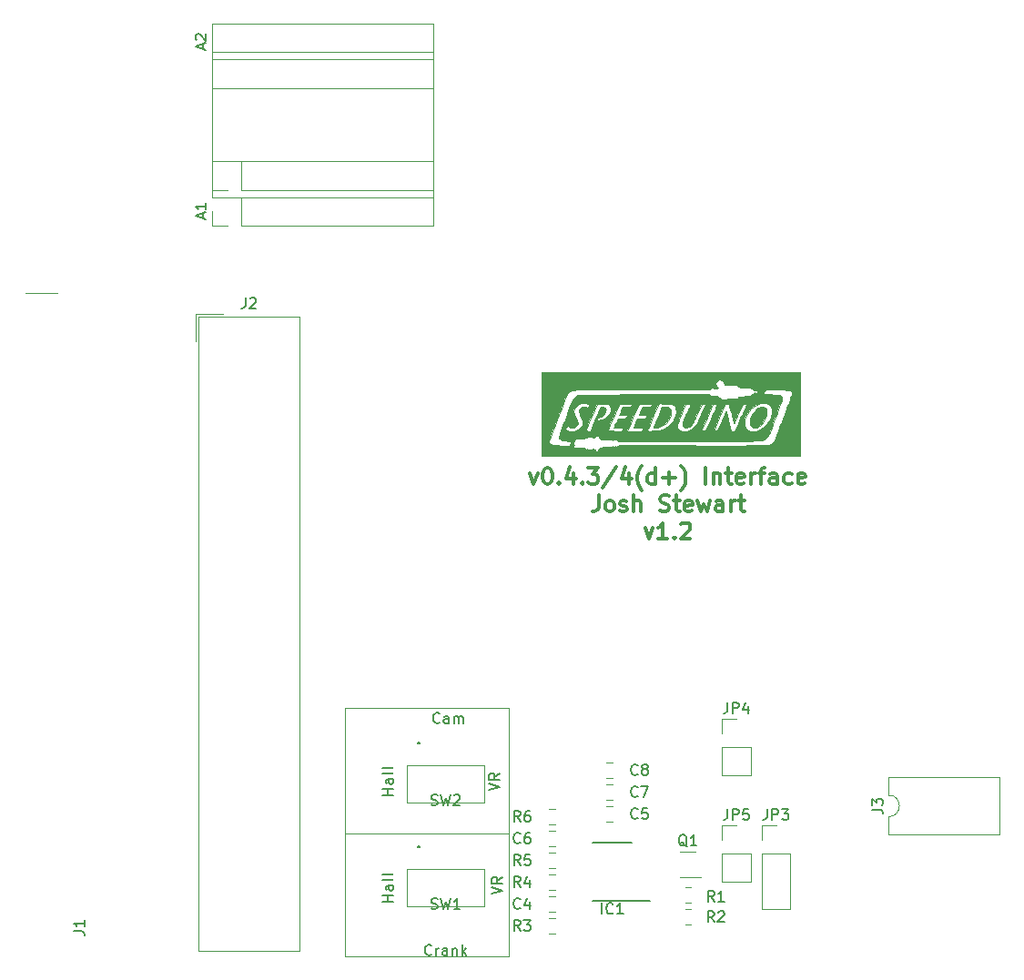
<source format=gto>
G04 #@! TF.GenerationSoftware,KiCad,Pcbnew,(5.1.9-0-10_14)*
G04 #@! TF.CreationDate,2021-05-12T23:54:49+10:00*
G04 #@! TF.ProjectId,Shield,53686965-6c64-42e6-9b69-6361645f7063,rev?*
G04 #@! TF.SameCoordinates,Original*
G04 #@! TF.FileFunction,Legend,Top*
G04 #@! TF.FilePolarity,Positive*
%FSLAX46Y46*%
G04 Gerber Fmt 4.6, Leading zero omitted, Abs format (unit mm)*
G04 Created by KiCad (PCBNEW (5.1.9-0-10_14)) date 2021-05-12 23:54:49*
%MOMM*%
%LPD*%
G01*
G04 APERTURE LIST*
%ADD10C,0.120000*%
%ADD11C,0.150000*%
%ADD12C,0.300000*%
%ADD13C,0.010000*%
%ADD14C,0.100000*%
%ADD15C,0.200000*%
G04 APERTURE END LIST*
D10*
X123952000Y-141478000D02*
X124460000Y-141478000D01*
X123952000Y-152908000D02*
X123952000Y-141478000D01*
X139192000Y-152908000D02*
X123952000Y-152908000D01*
X139192000Y-141478000D02*
X139192000Y-152908000D01*
X123952000Y-129794000D02*
X139192000Y-129794000D01*
X139192000Y-141478000D02*
X139192000Y-129794000D01*
X124460000Y-141478000D02*
X139192000Y-141478000D01*
X123952000Y-129794000D02*
X123952000Y-141478000D01*
D11*
X137628380Y-147137333D02*
X138628380Y-146804000D01*
X137628380Y-146470666D01*
X138628380Y-145565904D02*
X138152190Y-145899238D01*
X138628380Y-146137333D02*
X137628380Y-146137333D01*
X137628380Y-145756380D01*
X137676000Y-145661142D01*
X137723619Y-145613523D01*
X137818857Y-145565904D01*
X137961714Y-145565904D01*
X138056952Y-145613523D01*
X138104571Y-145661142D01*
X138152190Y-145756380D01*
X138152190Y-146137333D01*
X137374380Y-137485333D02*
X138374380Y-137152000D01*
X137374380Y-136818666D01*
X138374380Y-135913904D02*
X137898190Y-136247238D01*
X138374380Y-136485333D02*
X137374380Y-136485333D01*
X137374380Y-136104380D01*
X137422000Y-136009142D01*
X137469619Y-135961523D01*
X137564857Y-135913904D01*
X137707714Y-135913904D01*
X137802952Y-135961523D01*
X137850571Y-136009142D01*
X137898190Y-136104380D01*
X137898190Y-136485333D01*
X128468380Y-137913904D02*
X127468380Y-137913904D01*
X127944571Y-137913904D02*
X127944571Y-137342476D01*
X128468380Y-137342476D02*
X127468380Y-137342476D01*
X128468380Y-136437714D02*
X127944571Y-136437714D01*
X127849333Y-136485333D01*
X127801714Y-136580571D01*
X127801714Y-136771047D01*
X127849333Y-136866285D01*
X128420761Y-136437714D02*
X128468380Y-136532952D01*
X128468380Y-136771047D01*
X128420761Y-136866285D01*
X128325523Y-136913904D01*
X128230285Y-136913904D01*
X128135047Y-136866285D01*
X128087428Y-136771047D01*
X128087428Y-136532952D01*
X128039809Y-136437714D01*
X128468380Y-135818666D02*
X128420761Y-135913904D01*
X128325523Y-135961523D01*
X127468380Y-135961523D01*
X128468380Y-135294857D02*
X128420761Y-135390095D01*
X128325523Y-135437714D01*
X127468380Y-135437714D01*
X128468380Y-147819904D02*
X127468380Y-147819904D01*
X127944571Y-147819904D02*
X127944571Y-147248476D01*
X128468380Y-147248476D02*
X127468380Y-147248476D01*
X128468380Y-146343714D02*
X127944571Y-146343714D01*
X127849333Y-146391333D01*
X127801714Y-146486571D01*
X127801714Y-146677047D01*
X127849333Y-146772285D01*
X128420761Y-146343714D02*
X128468380Y-146438952D01*
X128468380Y-146677047D01*
X128420761Y-146772285D01*
X128325523Y-146819904D01*
X128230285Y-146819904D01*
X128135047Y-146772285D01*
X128087428Y-146677047D01*
X128087428Y-146438952D01*
X128039809Y-146343714D01*
X128468380Y-145724666D02*
X128420761Y-145819904D01*
X128325523Y-145867523D01*
X127468380Y-145867523D01*
X128468380Y-145200857D02*
X128420761Y-145296095D01*
X128325523Y-145343714D01*
X127468380Y-145343714D01*
X132794476Y-131167142D02*
X132746857Y-131214761D01*
X132604000Y-131262380D01*
X132508761Y-131262380D01*
X132365904Y-131214761D01*
X132270666Y-131119523D01*
X132223047Y-131024285D01*
X132175428Y-130833809D01*
X132175428Y-130690952D01*
X132223047Y-130500476D01*
X132270666Y-130405238D01*
X132365904Y-130310000D01*
X132508761Y-130262380D01*
X132604000Y-130262380D01*
X132746857Y-130310000D01*
X132794476Y-130357619D01*
X133651619Y-131262380D02*
X133651619Y-130738571D01*
X133604000Y-130643333D01*
X133508761Y-130595714D01*
X133318285Y-130595714D01*
X133223047Y-130643333D01*
X133651619Y-131214761D02*
X133556380Y-131262380D01*
X133318285Y-131262380D01*
X133223047Y-131214761D01*
X133175428Y-131119523D01*
X133175428Y-131024285D01*
X133223047Y-130929047D01*
X133318285Y-130881428D01*
X133556380Y-130881428D01*
X133651619Y-130833809D01*
X134127809Y-131262380D02*
X134127809Y-130595714D01*
X134127809Y-130690952D02*
X134175428Y-130643333D01*
X134270666Y-130595714D01*
X134413523Y-130595714D01*
X134508761Y-130643333D01*
X134556380Y-130738571D01*
X134556380Y-131262380D01*
X134556380Y-130738571D02*
X134604000Y-130643333D01*
X134699238Y-130595714D01*
X134842095Y-130595714D01*
X134937333Y-130643333D01*
X134984952Y-130738571D01*
X134984952Y-131262380D01*
X132040476Y-152757142D02*
X131992857Y-152804761D01*
X131850000Y-152852380D01*
X131754761Y-152852380D01*
X131611904Y-152804761D01*
X131516666Y-152709523D01*
X131469047Y-152614285D01*
X131421428Y-152423809D01*
X131421428Y-152280952D01*
X131469047Y-152090476D01*
X131516666Y-151995238D01*
X131611904Y-151900000D01*
X131754761Y-151852380D01*
X131850000Y-151852380D01*
X131992857Y-151900000D01*
X132040476Y-151947619D01*
X132469047Y-152852380D02*
X132469047Y-152185714D01*
X132469047Y-152376190D02*
X132516666Y-152280952D01*
X132564285Y-152233333D01*
X132659523Y-152185714D01*
X132754761Y-152185714D01*
X133516666Y-152852380D02*
X133516666Y-152328571D01*
X133469047Y-152233333D01*
X133373809Y-152185714D01*
X133183333Y-152185714D01*
X133088095Y-152233333D01*
X133516666Y-152804761D02*
X133421428Y-152852380D01*
X133183333Y-152852380D01*
X133088095Y-152804761D01*
X133040476Y-152709523D01*
X133040476Y-152614285D01*
X133088095Y-152519047D01*
X133183333Y-152471428D01*
X133421428Y-152471428D01*
X133516666Y-152423809D01*
X133992857Y-152185714D02*
X133992857Y-152852380D01*
X133992857Y-152280952D02*
X134040476Y-152233333D01*
X134135714Y-152185714D01*
X134278571Y-152185714D01*
X134373809Y-152233333D01*
X134421428Y-152328571D01*
X134421428Y-152852380D01*
X134897619Y-152852380D02*
X134897619Y-151852380D01*
X134992857Y-152471428D02*
X135278571Y-152852380D01*
X135278571Y-152185714D02*
X134897619Y-152566666D01*
D12*
X141193857Y-107999571D02*
X141551000Y-108999571D01*
X141908142Y-107999571D01*
X142765285Y-107499571D02*
X142908142Y-107499571D01*
X143051000Y-107571000D01*
X143122428Y-107642428D01*
X143193857Y-107785285D01*
X143265285Y-108071000D01*
X143265285Y-108428142D01*
X143193857Y-108713857D01*
X143122428Y-108856714D01*
X143051000Y-108928142D01*
X142908142Y-108999571D01*
X142765285Y-108999571D01*
X142622428Y-108928142D01*
X142551000Y-108856714D01*
X142479571Y-108713857D01*
X142408142Y-108428142D01*
X142408142Y-108071000D01*
X142479571Y-107785285D01*
X142551000Y-107642428D01*
X142622428Y-107571000D01*
X142765285Y-107499571D01*
X143908142Y-108856714D02*
X143979571Y-108928142D01*
X143908142Y-108999571D01*
X143836714Y-108928142D01*
X143908142Y-108856714D01*
X143908142Y-108999571D01*
X145265285Y-107999571D02*
X145265285Y-108999571D01*
X144908142Y-107428142D02*
X144551000Y-108499571D01*
X145479571Y-108499571D01*
X146051000Y-108856714D02*
X146122428Y-108928142D01*
X146051000Y-108999571D01*
X145979571Y-108928142D01*
X146051000Y-108856714D01*
X146051000Y-108999571D01*
X146622428Y-107499571D02*
X147551000Y-107499571D01*
X147051000Y-108071000D01*
X147265285Y-108071000D01*
X147408142Y-108142428D01*
X147479571Y-108213857D01*
X147551000Y-108356714D01*
X147551000Y-108713857D01*
X147479571Y-108856714D01*
X147408142Y-108928142D01*
X147265285Y-108999571D01*
X146836714Y-108999571D01*
X146693857Y-108928142D01*
X146622428Y-108856714D01*
X149265285Y-107428142D02*
X147979571Y-109356714D01*
X150408142Y-107999571D02*
X150408142Y-108999571D01*
X150051000Y-107428142D02*
X149693857Y-108499571D01*
X150622428Y-108499571D01*
X151622428Y-109571000D02*
X151551000Y-109499571D01*
X151408142Y-109285285D01*
X151336714Y-109142428D01*
X151265285Y-108928142D01*
X151193857Y-108571000D01*
X151193857Y-108285285D01*
X151265285Y-107928142D01*
X151336714Y-107713857D01*
X151408142Y-107571000D01*
X151551000Y-107356714D01*
X151622428Y-107285285D01*
X152836714Y-108999571D02*
X152836714Y-107499571D01*
X152836714Y-108928142D02*
X152693857Y-108999571D01*
X152408142Y-108999571D01*
X152265285Y-108928142D01*
X152193857Y-108856714D01*
X152122428Y-108713857D01*
X152122428Y-108285285D01*
X152193857Y-108142428D01*
X152265285Y-108071000D01*
X152408142Y-107999571D01*
X152693857Y-107999571D01*
X152836714Y-108071000D01*
X153551000Y-108428142D02*
X154693857Y-108428142D01*
X154122428Y-108999571D02*
X154122428Y-107856714D01*
X155265285Y-109571000D02*
X155336714Y-109499571D01*
X155479571Y-109285285D01*
X155551000Y-109142428D01*
X155622428Y-108928142D01*
X155693857Y-108571000D01*
X155693857Y-108285285D01*
X155622428Y-107928142D01*
X155551000Y-107713857D01*
X155479571Y-107571000D01*
X155336714Y-107356714D01*
X155265285Y-107285285D01*
X157551000Y-108999571D02*
X157551000Y-107499571D01*
X158265285Y-107999571D02*
X158265285Y-108999571D01*
X158265285Y-108142428D02*
X158336714Y-108071000D01*
X158479571Y-107999571D01*
X158693857Y-107999571D01*
X158836714Y-108071000D01*
X158908142Y-108213857D01*
X158908142Y-108999571D01*
X159408142Y-107999571D02*
X159979571Y-107999571D01*
X159622428Y-107499571D02*
X159622428Y-108785285D01*
X159693857Y-108928142D01*
X159836714Y-108999571D01*
X159979571Y-108999571D01*
X161051000Y-108928142D02*
X160908142Y-108999571D01*
X160622428Y-108999571D01*
X160479571Y-108928142D01*
X160408142Y-108785285D01*
X160408142Y-108213857D01*
X160479571Y-108071000D01*
X160622428Y-107999571D01*
X160908142Y-107999571D01*
X161051000Y-108071000D01*
X161122428Y-108213857D01*
X161122428Y-108356714D01*
X160408142Y-108499571D01*
X161765285Y-108999571D02*
X161765285Y-107999571D01*
X161765285Y-108285285D02*
X161836714Y-108142428D01*
X161908142Y-108071000D01*
X162051000Y-107999571D01*
X162193857Y-107999571D01*
X162479571Y-107999571D02*
X163051000Y-107999571D01*
X162693857Y-108999571D02*
X162693857Y-107713857D01*
X162765285Y-107571000D01*
X162908142Y-107499571D01*
X163051000Y-107499571D01*
X164193857Y-108999571D02*
X164193857Y-108213857D01*
X164122428Y-108071000D01*
X163979571Y-107999571D01*
X163693857Y-107999571D01*
X163551000Y-108071000D01*
X164193857Y-108928142D02*
X164051000Y-108999571D01*
X163693857Y-108999571D01*
X163551000Y-108928142D01*
X163479571Y-108785285D01*
X163479571Y-108642428D01*
X163551000Y-108499571D01*
X163693857Y-108428142D01*
X164051000Y-108428142D01*
X164193857Y-108356714D01*
X165551000Y-108928142D02*
X165408142Y-108999571D01*
X165122428Y-108999571D01*
X164979571Y-108928142D01*
X164908142Y-108856714D01*
X164836714Y-108713857D01*
X164836714Y-108285285D01*
X164908142Y-108142428D01*
X164979571Y-108071000D01*
X165122428Y-107999571D01*
X165408142Y-107999571D01*
X165551000Y-108071000D01*
X166765285Y-108928142D02*
X166622428Y-108999571D01*
X166336714Y-108999571D01*
X166193857Y-108928142D01*
X166122428Y-108785285D01*
X166122428Y-108213857D01*
X166193857Y-108071000D01*
X166336714Y-107999571D01*
X166622428Y-107999571D01*
X166765285Y-108071000D01*
X166836714Y-108213857D01*
X166836714Y-108356714D01*
X166122428Y-108499571D01*
X147586714Y-110049571D02*
X147586714Y-111121000D01*
X147515285Y-111335285D01*
X147372428Y-111478142D01*
X147158142Y-111549571D01*
X147015285Y-111549571D01*
X148515285Y-111549571D02*
X148372428Y-111478142D01*
X148301000Y-111406714D01*
X148229571Y-111263857D01*
X148229571Y-110835285D01*
X148301000Y-110692428D01*
X148372428Y-110621000D01*
X148515285Y-110549571D01*
X148729571Y-110549571D01*
X148872428Y-110621000D01*
X148943857Y-110692428D01*
X149015285Y-110835285D01*
X149015285Y-111263857D01*
X148943857Y-111406714D01*
X148872428Y-111478142D01*
X148729571Y-111549571D01*
X148515285Y-111549571D01*
X149586714Y-111478142D02*
X149729571Y-111549571D01*
X150015285Y-111549571D01*
X150158142Y-111478142D01*
X150229571Y-111335285D01*
X150229571Y-111263857D01*
X150158142Y-111121000D01*
X150015285Y-111049571D01*
X149801000Y-111049571D01*
X149658142Y-110978142D01*
X149586714Y-110835285D01*
X149586714Y-110763857D01*
X149658142Y-110621000D01*
X149801000Y-110549571D01*
X150015285Y-110549571D01*
X150158142Y-110621000D01*
X150872428Y-111549571D02*
X150872428Y-110049571D01*
X151515285Y-111549571D02*
X151515285Y-110763857D01*
X151443857Y-110621000D01*
X151301000Y-110549571D01*
X151086714Y-110549571D01*
X150943857Y-110621000D01*
X150872428Y-110692428D01*
X153301000Y-111478142D02*
X153515285Y-111549571D01*
X153872428Y-111549571D01*
X154015285Y-111478142D01*
X154086714Y-111406714D01*
X154158142Y-111263857D01*
X154158142Y-111121000D01*
X154086714Y-110978142D01*
X154015285Y-110906714D01*
X153872428Y-110835285D01*
X153586714Y-110763857D01*
X153443857Y-110692428D01*
X153372428Y-110621000D01*
X153301000Y-110478142D01*
X153301000Y-110335285D01*
X153372428Y-110192428D01*
X153443857Y-110121000D01*
X153586714Y-110049571D01*
X153943857Y-110049571D01*
X154158142Y-110121000D01*
X154586714Y-110549571D02*
X155158142Y-110549571D01*
X154801000Y-110049571D02*
X154801000Y-111335285D01*
X154872428Y-111478142D01*
X155015285Y-111549571D01*
X155158142Y-111549571D01*
X156229571Y-111478142D02*
X156086714Y-111549571D01*
X155801000Y-111549571D01*
X155658142Y-111478142D01*
X155586714Y-111335285D01*
X155586714Y-110763857D01*
X155658142Y-110621000D01*
X155801000Y-110549571D01*
X156086714Y-110549571D01*
X156229571Y-110621000D01*
X156301000Y-110763857D01*
X156301000Y-110906714D01*
X155586714Y-111049571D01*
X156801000Y-110549571D02*
X157086714Y-111549571D01*
X157372428Y-110835285D01*
X157658142Y-111549571D01*
X157943857Y-110549571D01*
X159158142Y-111549571D02*
X159158142Y-110763857D01*
X159086714Y-110621000D01*
X158943857Y-110549571D01*
X158658142Y-110549571D01*
X158515285Y-110621000D01*
X159158142Y-111478142D02*
X159015285Y-111549571D01*
X158658142Y-111549571D01*
X158515285Y-111478142D01*
X158443857Y-111335285D01*
X158443857Y-111192428D01*
X158515285Y-111049571D01*
X158658142Y-110978142D01*
X159015285Y-110978142D01*
X159158142Y-110906714D01*
X159872428Y-111549571D02*
X159872428Y-110549571D01*
X159872428Y-110835285D02*
X159943857Y-110692428D01*
X160015285Y-110621000D01*
X160158142Y-110549571D01*
X160301000Y-110549571D01*
X160586714Y-110549571D02*
X161158142Y-110549571D01*
X160801000Y-110049571D02*
X160801000Y-111335285D01*
X160872428Y-111478142D01*
X161015285Y-111549571D01*
X161158142Y-111549571D01*
X151908142Y-113099571D02*
X152265285Y-114099571D01*
X152622428Y-113099571D01*
X153979571Y-114099571D02*
X153122428Y-114099571D01*
X153551000Y-114099571D02*
X153551000Y-112599571D01*
X153408142Y-112813857D01*
X153265285Y-112956714D01*
X153122428Y-113028142D01*
X154622428Y-113956714D02*
X154693857Y-114028142D01*
X154622428Y-114099571D01*
X154551000Y-114028142D01*
X154622428Y-113956714D01*
X154622428Y-114099571D01*
X155265285Y-112742428D02*
X155336714Y-112671000D01*
X155479571Y-112599571D01*
X155836714Y-112599571D01*
X155979571Y-112671000D01*
X156051000Y-112742428D01*
X156122428Y-112885285D01*
X156122428Y-113028142D01*
X156051000Y-113242428D01*
X155193857Y-114099571D01*
X156122428Y-114099571D01*
D10*
X97218500Y-91256500D02*
X94234000Y-91256500D01*
D13*
G36*
X166306500Y-106362500D02*
G01*
X142303500Y-106362500D01*
X142303500Y-105124199D01*
X142990421Y-105124199D01*
X143044507Y-105231094D01*
X143154836Y-105310731D01*
X143322192Y-105363836D01*
X143414750Y-105379066D01*
X143499797Y-105386131D01*
X143635659Y-105392709D01*
X143809648Y-105398401D01*
X144009078Y-105402808D01*
X144221262Y-105405530D01*
X144264062Y-105405837D01*
X144938750Y-105410000D01*
X144938750Y-105298875D01*
X144941909Y-105283507D01*
X145070435Y-105283507D01*
X145071925Y-105351474D01*
X145079863Y-105449957D01*
X145095655Y-105501844D01*
X145129115Y-105524010D01*
X145176875Y-105531871D01*
X145260956Y-105551591D01*
X145316623Y-105579496D01*
X145368628Y-105596004D01*
X145478055Y-105609882D01*
X145638860Y-105620570D01*
X145829836Y-105627169D01*
X146011061Y-105631644D01*
X146138734Y-105636519D01*
X146222788Y-105643572D01*
X146273157Y-105654581D01*
X146299775Y-105671323D01*
X146312574Y-105695577D01*
X146317755Y-105714482D01*
X146354104Y-105778680D01*
X146411306Y-105784208D01*
X146460368Y-105751312D01*
X146498047Y-105727546D01*
X146516989Y-105751312D01*
X146553680Y-105770933D01*
X146634201Y-105784240D01*
X146739165Y-105790926D01*
X146849187Y-105790684D01*
X146944881Y-105783208D01*
X147006862Y-105768189D01*
X147018375Y-105759250D01*
X147061419Y-105736126D01*
X147128851Y-105727500D01*
X147197678Y-105739447D01*
X147231576Y-105788131D01*
X147240200Y-105820816D01*
X147263499Y-105883180D01*
X147310266Y-105919309D01*
X147398038Y-105940552D01*
X147432712Y-105945426D01*
X147482032Y-105929220D01*
X147504150Y-105911650D01*
X147538340Y-105850297D01*
X147542450Y-105824337D01*
X147567948Y-105776526D01*
X147629858Y-105725668D01*
X147637700Y-105721039D01*
X147702056Y-105672572D01*
X147732399Y-105626401D01*
X147732750Y-105622370D01*
X147748270Y-105600824D01*
X147800390Y-105583481D01*
X147897444Y-105568687D01*
X148047770Y-105554793D01*
X148089937Y-105551611D01*
X148247133Y-105540658D01*
X148392673Y-105531524D01*
X148507835Y-105525330D01*
X148563473Y-105523280D01*
X148645859Y-105516351D01*
X148697905Y-105502100D01*
X148701834Y-105499181D01*
X148742483Y-105496421D01*
X148784891Y-105515056D01*
X148838462Y-105536256D01*
X148872731Y-105509766D01*
X148874298Y-105507291D01*
X148905753Y-105478267D01*
X148949108Y-105500288D01*
X148952705Y-105503241D01*
X149003631Y-105528749D01*
X149051720Y-105504133D01*
X149102637Y-105480290D01*
X149137445Y-105500245D01*
X149193059Y-105533436D01*
X149255977Y-105518114D01*
X149331772Y-105458877D01*
X149417680Y-105401792D01*
X149523773Y-105383291D01*
X149550721Y-105383271D01*
X149595255Y-105383578D01*
X149700261Y-105383999D01*
X149862711Y-105384525D01*
X150079577Y-105385150D01*
X150347831Y-105385867D01*
X150664445Y-105386669D01*
X151026391Y-105387549D01*
X151430640Y-105388501D01*
X151874166Y-105389516D01*
X152353940Y-105390589D01*
X152866934Y-105391713D01*
X153410119Y-105392879D01*
X153980469Y-105394082D01*
X154574955Y-105395315D01*
X155190549Y-105396569D01*
X155824223Y-105397840D01*
X156289375Y-105398759D01*
X157126936Y-105400247D01*
X157914578Y-105401325D01*
X158651312Y-105401996D01*
X159336149Y-105402262D01*
X159968100Y-105402127D01*
X160546176Y-105401593D01*
X161069388Y-105400662D01*
X161536747Y-105399337D01*
X161947265Y-105397621D01*
X162299951Y-105395517D01*
X162593817Y-105393026D01*
X162827875Y-105390153D01*
X163001134Y-105386898D01*
X163112607Y-105383266D01*
X163154440Y-105380373D01*
X163411526Y-105332203D01*
X163621727Y-105256064D01*
X163779875Y-105154049D01*
X163825471Y-105108681D01*
X163882258Y-105028036D01*
X163947531Y-104911627D01*
X164008009Y-104783341D01*
X164013033Y-104771378D01*
X164060857Y-104653159D01*
X164125122Y-104489795D01*
X164203586Y-104287288D01*
X164294008Y-104051639D01*
X164394145Y-103788851D01*
X164501757Y-103504925D01*
X164614601Y-103205861D01*
X164730436Y-102897663D01*
X164847020Y-102586331D01*
X164962112Y-102277866D01*
X165073469Y-101978271D01*
X165178851Y-101693547D01*
X165276015Y-101429695D01*
X165362720Y-101192717D01*
X165436725Y-100988615D01*
X165495787Y-100823390D01*
X165537664Y-100703043D01*
X165560117Y-100633576D01*
X165563189Y-100621182D01*
X165568584Y-100505487D01*
X165539588Y-100415048D01*
X165470549Y-100346313D01*
X165355820Y-100295728D01*
X165189750Y-100259739D01*
X164966691Y-100234795D01*
X164946263Y-100233174D01*
X164767689Y-100221914D01*
X164563275Y-100213289D01*
X164342212Y-100207254D01*
X164113689Y-100203762D01*
X163886896Y-100202765D01*
X163671022Y-100204218D01*
X163475258Y-100208073D01*
X163308793Y-100214283D01*
X163180817Y-100222802D01*
X163100520Y-100233583D01*
X163077413Y-100242687D01*
X163050548Y-100292648D01*
X163012132Y-100380940D01*
X162980516Y-100461907D01*
X162913731Y-100641439D01*
X163617928Y-100653742D01*
X163863403Y-100658928D01*
X164053829Y-100665287D01*
X164197656Y-100673476D01*
X164303334Y-100684153D01*
X164379311Y-100697975D01*
X164434037Y-100715601D01*
X164438717Y-100717621D01*
X164565112Y-100798664D01*
X164634351Y-100906283D01*
X164648332Y-101043705D01*
X164645467Y-101069417D01*
X164630470Y-101126168D01*
X164594948Y-101235273D01*
X164541466Y-101389930D01*
X164472588Y-101583341D01*
X164390877Y-101808704D01*
X164298898Y-102059220D01*
X164199215Y-102328089D01*
X164094392Y-102608509D01*
X163986993Y-102893682D01*
X163879582Y-103176806D01*
X163774723Y-103451081D01*
X163674980Y-103709708D01*
X163582918Y-103945885D01*
X163501100Y-104152814D01*
X163432090Y-104323693D01*
X163378453Y-104451722D01*
X163342753Y-104530101D01*
X163335448Y-104543736D01*
X163235895Y-104680926D01*
X163111813Y-104786981D01*
X162954368Y-104866044D01*
X162754729Y-104922256D01*
X162504060Y-104959758D01*
X162433488Y-104966598D01*
X162366201Y-104969746D01*
X162238254Y-104972796D01*
X162052487Y-104975737D01*
X161811740Y-104978554D01*
X161518852Y-104981234D01*
X161176664Y-104983765D01*
X160788016Y-104986132D01*
X160355747Y-104988323D01*
X159882697Y-104990324D01*
X159371707Y-104992121D01*
X158825615Y-104993703D01*
X158247263Y-104995054D01*
X157639490Y-104996162D01*
X157005135Y-104997014D01*
X156347039Y-104997597D01*
X155758010Y-104997873D01*
X149415420Y-104999649D01*
X149344022Y-104932455D01*
X149260353Y-104882352D01*
X149173183Y-104881026D01*
X149093190Y-104882166D01*
X149039802Y-104862849D01*
X149039591Y-104862641D01*
X148993750Y-104847317D01*
X148956470Y-104869133D01*
X148905236Y-104893661D01*
X148859875Y-104870250D01*
X148799038Y-104848847D01*
X148772562Y-104859661D01*
X148720304Y-104875029D01*
X148635276Y-104882696D01*
X148547889Y-104881303D01*
X148494750Y-104872080D01*
X148458562Y-104868434D01*
X148372189Y-104862783D01*
X148248882Y-104855922D01*
X148113750Y-104849203D01*
X147939268Y-104837858D01*
X147815335Y-104822991D01*
X147747109Y-104805333D01*
X147735447Y-104795553D01*
X147705044Y-104751428D01*
X147646697Y-104688755D01*
X147632260Y-104674949D01*
X147573702Y-104607897D01*
X147543405Y-104549199D01*
X147542250Y-104540011D01*
X147526576Y-104507239D01*
X147470769Y-104491991D01*
X147398581Y-104489250D01*
X147309233Y-104492769D01*
X147263686Y-104510984D01*
X147242323Y-104555377D01*
X147235862Y-104584500D01*
X147211215Y-104653337D01*
X147161625Y-104677966D01*
X147127405Y-104679750D01*
X147055573Y-104669545D01*
X147018375Y-104648000D01*
X146977517Y-104630994D01*
X146893288Y-104620620D01*
X146785459Y-104616772D01*
X146673800Y-104619341D01*
X146578080Y-104628221D01*
X146518071Y-104643304D01*
X146508665Y-104650766D01*
X146476965Y-104668112D01*
X146452816Y-104650766D01*
X146390537Y-104617546D01*
X146339713Y-104644218D01*
X146317037Y-104695625D01*
X146284044Y-104756658D01*
X146244995Y-104778449D01*
X146193991Y-104780515D01*
X146094107Y-104783565D01*
X145959949Y-104787181D01*
X145811875Y-104790812D01*
X145618665Y-104796214D01*
X145479936Y-104804317D01*
X145386674Y-104818654D01*
X145329865Y-104842757D01*
X145300495Y-104880158D01*
X145289549Y-104934390D01*
X145288000Y-104996101D01*
X145282476Y-105093713D01*
X145260630Y-105148885D01*
X145216562Y-105181145D01*
X145145125Y-105215995D01*
X145216562Y-105237325D01*
X145268820Y-105269569D01*
X145287287Y-105336374D01*
X145288000Y-105362681D01*
X145271053Y-105449605D01*
X145226987Y-105487637D01*
X145165958Y-105470570D01*
X145143191Y-105451155D01*
X145105379Y-105371808D01*
X145105229Y-105308232D01*
X145106235Y-105237095D01*
X145090444Y-105199264D01*
X145076551Y-105217656D01*
X145070435Y-105283507D01*
X144941909Y-105283507D01*
X144959658Y-105197186D01*
X145012914Y-105112835D01*
X145084308Y-105065196D01*
X145113375Y-105060750D01*
X145155660Y-105045986D01*
X145161000Y-105033476D01*
X145131217Y-105021859D01*
X145049645Y-105009192D01*
X144927949Y-104996845D01*
X144777794Y-104986186D01*
X144740312Y-104984109D01*
X144514628Y-104969856D01*
X144342026Y-104952305D01*
X144212094Y-104928977D01*
X144114419Y-104897394D01*
X144038590Y-104855081D01*
X143977143Y-104802527D01*
X143916757Y-104732612D01*
X143895103Y-104667650D01*
X143901142Y-104574527D01*
X143901143Y-104574522D01*
X143915357Y-104522458D01*
X143949854Y-104417888D01*
X144002108Y-104267569D01*
X144069592Y-104078259D01*
X144149780Y-103856713D01*
X144154002Y-103845171D01*
X144472923Y-103845171D01*
X144475156Y-103874608D01*
X144506139Y-103903878D01*
X144510125Y-103906990D01*
X144684631Y-104005583D01*
X144893851Y-104063599D01*
X145122382Y-104079451D01*
X145354816Y-104051552D01*
X145468546Y-104018513D01*
X146378585Y-104018513D01*
X146402293Y-104035296D01*
X146464727Y-104042916D01*
X146578083Y-104044749D01*
X146582058Y-104044750D01*
X146800896Y-104044750D01*
X146817644Y-104005895D01*
X148420981Y-104005895D01*
X148427293Y-104020296D01*
X148454762Y-104030622D01*
X148510908Y-104037547D01*
X148603247Y-104041746D01*
X148739301Y-104043894D01*
X148926586Y-104044666D01*
X149074681Y-104044750D01*
X149752096Y-104044750D01*
X150241800Y-104044750D01*
X151599355Y-104044750D01*
X151608882Y-104020937D01*
X152091233Y-104020937D01*
X152113730Y-104032749D01*
X152188082Y-104040620D01*
X152302783Y-104044786D01*
X152446323Y-104045487D01*
X152607196Y-104042959D01*
X152773896Y-104037442D01*
X152934913Y-104029173D01*
X153078742Y-104018390D01*
X153193875Y-104005332D01*
X153241375Y-103997145D01*
X153486929Y-103924225D01*
X153741101Y-103811306D01*
X153979777Y-103670768D01*
X154089247Y-103585271D01*
X154899263Y-103585271D01*
X154921542Y-103757262D01*
X154995447Y-103894700D01*
X155118326Y-103995987D01*
X155287527Y-104059526D01*
X155500399Y-104083720D01*
X155708599Y-104072747D01*
X155832691Y-104047679D01*
X158245877Y-104047679D01*
X158441835Y-104038277D01*
X158637792Y-104028875D01*
X159008674Y-103155750D01*
X159103297Y-102933723D01*
X159190981Y-102729372D01*
X159268383Y-102550382D01*
X159332155Y-102404441D01*
X159378952Y-102299238D01*
X159405429Y-102242458D01*
X159408991Y-102235887D01*
X159428756Y-102229586D01*
X159451543Y-102274334D01*
X159479532Y-102375180D01*
X159491347Y-102426387D01*
X159515974Y-102528425D01*
X159554666Y-102678494D01*
X159603946Y-102863599D01*
X159660342Y-103070739D01*
X159720380Y-103286918D01*
X159739316Y-103354187D01*
X159934363Y-104044750D01*
X160267086Y-104044750D01*
X160395229Y-103751062D01*
X160471359Y-103576109D01*
X160558508Y-103375031D01*
X160605012Y-103267427D01*
X161171666Y-103267427D01*
X161188518Y-103498547D01*
X161256733Y-103707393D01*
X161325461Y-103822584D01*
X161419723Y-103931100D01*
X161526656Y-104005260D01*
X161658962Y-104049656D01*
X161829341Y-104068879D01*
X162007266Y-104069052D01*
X162160764Y-104062627D01*
X162272817Y-104050954D01*
X162365481Y-104029011D01*
X162460810Y-103991778D01*
X162564969Y-103942108D01*
X162841605Y-103771923D01*
X163096010Y-103549411D01*
X163319515Y-103284280D01*
X163503450Y-102986239D01*
X163593239Y-102790625D01*
X163647372Y-102633319D01*
X163679338Y-102476072D01*
X163695394Y-102287837D01*
X163695639Y-102282625D01*
X163700476Y-102141303D01*
X163696983Y-102042335D01*
X163681630Y-101964755D01*
X163650886Y-101887596D01*
X163618132Y-101822250D01*
X163502465Y-101661120D01*
X163348331Y-101549873D01*
X163154844Y-101488027D01*
X162974994Y-101473776D01*
X162702613Y-101494595D01*
X162455139Y-101558163D01*
X162221882Y-101669363D01*
X161992149Y-101833078D01*
X161796869Y-102011966D01*
X161583042Y-102254063D01*
X161411866Y-102507351D01*
X161285083Y-102765136D01*
X161204435Y-103020725D01*
X161171666Y-103267427D01*
X160605012Y-103267427D01*
X160653556Y-103155107D01*
X160753378Y-102923618D01*
X160854852Y-102687842D01*
X160954857Y-102455059D01*
X161050268Y-102232549D01*
X161137963Y-102027592D01*
X161214820Y-101847466D01*
X161277716Y-101699452D01*
X161323528Y-101590829D01*
X161349134Y-101528877D01*
X161353500Y-101517146D01*
X161324681Y-101510535D01*
X161249938Y-101506038D01*
X161167697Y-101504750D01*
X160981895Y-101504750D01*
X160590409Y-102425500D01*
X160493828Y-102650988D01*
X160404454Y-102856475D01*
X160325434Y-103034971D01*
X160259916Y-103179486D01*
X160211047Y-103283032D01*
X160181976Y-103338618D01*
X160175752Y-103346250D01*
X160156922Y-103318157D01*
X160136834Y-103247456D01*
X160129913Y-103211312D01*
X160115766Y-103146937D01*
X160087032Y-103031395D01*
X160046391Y-102874628D01*
X159996523Y-102686577D01*
X159940108Y-102477183D01*
X159879827Y-102256387D01*
X159818359Y-102034130D01*
X159758385Y-101820353D01*
X159702583Y-101624997D01*
X159697649Y-101607937D01*
X159675341Y-101546210D01*
X159642109Y-101515803D01*
X159578057Y-101505680D01*
X159511624Y-101504750D01*
X159406136Y-101511556D01*
X159346561Y-101535356D01*
X159324663Y-101562338D01*
X159305756Y-101603169D01*
X159264547Y-101695885D01*
X159203847Y-101834043D01*
X159126465Y-102011206D01*
X159035211Y-102220932D01*
X158932897Y-102456781D01*
X158822332Y-102712314D01*
X158769860Y-102833803D01*
X158245877Y-104047679D01*
X155832691Y-104047679D01*
X155835157Y-104047181D01*
X155842992Y-104044750D01*
X157107302Y-104044750D01*
X157333338Y-104044243D01*
X157559375Y-104043736D01*
X158025858Y-102956805D01*
X158135314Y-102701923D01*
X158240111Y-102458181D01*
X158336830Y-102233509D01*
X158422055Y-102035833D01*
X158492367Y-101873083D01*
X158544348Y-101753186D01*
X158573763Y-101685917D01*
X158655183Y-101501959D01*
X158426544Y-101511292D01*
X158197906Y-101520625D01*
X157652604Y-102782687D01*
X157107302Y-104044750D01*
X155842992Y-104044750D01*
X155982257Y-104001541D01*
X156098293Y-103954432D01*
X156336123Y-103808377D01*
X156545553Y-103607210D01*
X156723545Y-103354038D01*
X156771148Y-103266875D01*
X156810303Y-103186732D01*
X156867018Y-103065301D01*
X156937397Y-102911406D01*
X157017543Y-102733870D01*
X157103560Y-102541519D01*
X157191552Y-102343175D01*
X157277623Y-102147662D01*
X157357876Y-101963805D01*
X157428416Y-101800428D01*
X157485346Y-101666355D01*
X157524770Y-101570409D01*
X157542791Y-101521414D01*
X157543500Y-101517678D01*
X157514656Y-101510770D01*
X157439474Y-101508613D01*
X157346835Y-101511172D01*
X157150170Y-101520625D01*
X156813393Y-102298500D01*
X156695602Y-102569894D01*
X156599170Y-102789782D01*
X156520574Y-102965079D01*
X156456289Y-103102699D01*
X156402790Y-103209559D01*
X156356554Y-103292572D01*
X156314055Y-103358654D01*
X156271770Y-103414719D01*
X156226173Y-103467684D01*
X156206484Y-103489261D01*
X156056487Y-103623739D01*
X155900660Y-103702206D01*
X155724569Y-103731565D01*
X155698671Y-103732141D01*
X155549580Y-103713102D01*
X155448424Y-103653080D01*
X155395046Y-103551739D01*
X155389290Y-103408744D01*
X155431000Y-103223759D01*
X155444037Y-103184532D01*
X155473562Y-103106648D01*
X155524131Y-102981168D01*
X155591341Y-102818676D01*
X155670791Y-102629756D01*
X155758078Y-102424991D01*
X155812567Y-102298500D01*
X155898989Y-102098570D01*
X155977436Y-101916852D01*
X156044251Y-101761839D01*
X156095773Y-101642025D01*
X156128344Y-101565905D01*
X156137990Y-101542966D01*
X156132573Y-101521438D01*
X156088070Y-101510601D01*
X155994869Y-101509007D01*
X155927186Y-101511216D01*
X155699950Y-101520625D01*
X155445611Y-102108000D01*
X155309134Y-102424676D01*
X155196691Y-102689414D01*
X155106101Y-102908112D01*
X155035181Y-103086668D01*
X154981751Y-103230980D01*
X154943629Y-103346947D01*
X154918635Y-103440465D01*
X154904586Y-103517434D01*
X154899301Y-103583752D01*
X154899263Y-103585271D01*
X154089247Y-103585271D01*
X154176780Y-103516908D01*
X154370172Y-103311468D01*
X154530620Y-103087793D01*
X154656122Y-102853811D01*
X154744679Y-102617448D01*
X154794291Y-102386633D01*
X154802956Y-102169294D01*
X154768674Y-101973356D01*
X154689445Y-101806750D01*
X154627252Y-101731752D01*
X154553155Y-101665190D01*
X154474618Y-101614431D01*
X154381438Y-101577029D01*
X154263412Y-101550537D01*
X154110337Y-101532510D01*
X153912009Y-101520502D01*
X153717625Y-101513691D01*
X153177875Y-101498240D01*
X152640794Y-102747682D01*
X152526948Y-103012411D01*
X152420756Y-103259114D01*
X152324859Y-103481671D01*
X152241900Y-103673962D01*
X152174520Y-103829865D01*
X152125361Y-103943260D01*
X152097065Y-104008025D01*
X152091233Y-104020937D01*
X151608882Y-104020937D01*
X151650427Y-103917107D01*
X151681694Y-103835753D01*
X151699741Y-103782584D01*
X151701500Y-103774232D01*
X151671679Y-103768664D01*
X151589928Y-103764009D01*
X151467816Y-103760677D01*
X151316912Y-103759080D01*
X151272875Y-103759000D01*
X151076687Y-103756537D01*
X150939031Y-103749240D01*
X150861661Y-103737247D01*
X150844250Y-103725359D01*
X150856359Y-103685440D01*
X150889606Y-103598964D01*
X150939363Y-103477415D01*
X151001005Y-103332275D01*
X151023297Y-103280859D01*
X151202345Y-102870000D01*
X151942846Y-102870000D01*
X152012673Y-102726275D01*
X152052733Y-102641083D01*
X152077990Y-102582107D01*
X152082500Y-102567525D01*
X152052840Y-102561609D01*
X151972217Y-102556790D01*
X151853164Y-102553583D01*
X151717375Y-102552500D01*
X151573623Y-102551010D01*
X151456514Y-102546963D01*
X151378583Y-102540985D01*
X151352250Y-102534168D01*
X151364127Y-102499500D01*
X151396454Y-102418729D01*
X151444276Y-102303949D01*
X151501865Y-102169043D01*
X151651481Y-101822250D01*
X152037382Y-101822250D01*
X152423283Y-101822249D01*
X152489257Y-101663499D01*
X152555230Y-101504749D01*
X151945802Y-101505114D01*
X151336375Y-101505479D01*
X150869885Y-102592552D01*
X150760467Y-102847377D01*
X150655736Y-103090996D01*
X150559105Y-103315494D01*
X150473985Y-103512954D01*
X150403788Y-103675462D01*
X150351927Y-103795102D01*
X150322597Y-103862187D01*
X150241800Y-104044750D01*
X149752096Y-104044750D01*
X149890924Y-103759000D01*
X149446837Y-103759000D01*
X149287163Y-103757399D01*
X149152960Y-103753002D01*
X149055593Y-103746420D01*
X149006429Y-103738262D01*
X149002713Y-103735187D01*
X149014571Y-103698938D01*
X149047190Y-103615473D01*
X149096099Y-103495845D01*
X149156825Y-103351110D01*
X149182556Y-103290687D01*
X149362436Y-102870000D01*
X150111028Y-102870000D01*
X150176014Y-102723088D01*
X150213151Y-102636996D01*
X150236673Y-102578355D01*
X150241000Y-102564338D01*
X150211332Y-102559693D01*
X150130655Y-102555903D01*
X150011457Y-102553372D01*
X149873229Y-102552500D01*
X149730192Y-102550410D01*
X149615004Y-102544725D01*
X149539675Y-102536322D01*
X149516041Y-102526432D01*
X149531772Y-102488245D01*
X149566528Y-102404157D01*
X149615031Y-102286933D01*
X149667044Y-102161307D01*
X149807463Y-101822250D01*
X150582154Y-101822250D01*
X150647465Y-101671437D01*
X150712776Y-101520625D01*
X150122009Y-101511966D01*
X149934190Y-101510492D01*
X149768374Y-101511620D01*
X149634956Y-101515080D01*
X149544335Y-101520604D01*
X149506984Y-101527841D01*
X149489541Y-101561453D01*
X149449891Y-101647147D01*
X149390815Y-101778628D01*
X149315095Y-101949602D01*
X149225512Y-102153775D01*
X149124849Y-102384851D01*
X149015887Y-102636537D01*
X148971039Y-102740557D01*
X148859082Y-103000194D01*
X148754070Y-103243078D01*
X148658846Y-103462684D01*
X148576249Y-103652488D01*
X148509123Y-103805965D01*
X148460308Y-103916591D01*
X148432647Y-103977840D01*
X148428309Y-103986744D01*
X148420981Y-104005895D01*
X146817644Y-104005895D01*
X147276489Y-102941437D01*
X147752081Y-101838125D01*
X147890681Y-101828098D01*
X148034542Y-101826928D01*
X148132483Y-101851940D01*
X148198641Y-101908691D01*
X148229413Y-101961232D01*
X148256303Y-102026838D01*
X148263447Y-102085814D01*
X148250634Y-102162242D01*
X148226908Y-102248577D01*
X148147071Y-102426478D01*
X148024964Y-102577699D01*
X147872805Y-102692273D01*
X147702814Y-102760238D01*
X147581701Y-102774750D01*
X147526399Y-102798638D01*
X147477590Y-102875800D01*
X147466322Y-102902392D01*
X147434967Y-102984921D01*
X147416949Y-103040413D01*
X147415250Y-103049677D01*
X147443386Y-103061921D01*
X147517410Y-103060589D01*
X147621744Y-103048052D01*
X147740811Y-103026682D01*
X147859033Y-102998848D01*
X147960835Y-102966922D01*
X147962136Y-102966432D01*
X148085841Y-102909592D01*
X148225108Y-102830667D01*
X148332027Y-102759293D01*
X148504896Y-102597112D01*
X148633498Y-102402836D01*
X148711058Y-102189194D01*
X148731816Y-102008174D01*
X148713505Y-101843365D01*
X148653285Y-101719020D01*
X148543223Y-101621958D01*
X148476826Y-101584427D01*
X148417719Y-101558705D01*
X148351143Y-101540910D01*
X148264372Y-101529648D01*
X148144678Y-101523524D01*
X147979335Y-101521144D01*
X147897422Y-101520927D01*
X147442970Y-101520625D01*
X146921281Y-102727125D01*
X146808414Y-102988469D01*
X146703069Y-103233006D01*
X146608001Y-103454297D01*
X146525963Y-103645905D01*
X146459710Y-103801392D01*
X146411996Y-103914319D01*
X146385574Y-103978250D01*
X146381406Y-103989187D01*
X146378585Y-104018513D01*
X145468546Y-104018513D01*
X145501121Y-104009050D01*
X145651181Y-103932911D01*
X145799780Y-103821419D01*
X145931398Y-103689601D01*
X146030512Y-103552489D01*
X146074640Y-103453691D01*
X146107788Y-103309842D01*
X146113327Y-103177304D01*
X146088646Y-103039693D01*
X146031129Y-102880625D01*
X145958193Y-102723827D01*
X145862175Y-102522750D01*
X145797045Y-102365907D01*
X145761138Y-102243008D01*
X145752789Y-102143768D01*
X145770335Y-102057896D01*
X145812111Y-101975106D01*
X145832169Y-101944923D01*
X145907471Y-101874555D01*
X146018326Y-101811341D01*
X146137113Y-101768866D01*
X146210657Y-101758749D01*
X146278949Y-101772844D01*
X146369836Y-101807929D01*
X146395793Y-101820486D01*
X146516806Y-101882223D01*
X146634115Y-101762087D01*
X146700960Y-101688248D01*
X146725552Y-101642398D01*
X146714065Y-101611451D01*
X146707839Y-101605780D01*
X146583884Y-101535757D01*
X146418083Y-101489768D01*
X146229233Y-101473002D01*
X146226835Y-101473000D01*
X145990445Y-101497996D01*
X145775377Y-101568781D01*
X145589293Y-101679046D01*
X145439853Y-101822484D01*
X145334721Y-101992787D01*
X145281558Y-102183649D01*
X145276630Y-102255251D01*
X145280330Y-102339071D01*
X145297316Y-102423272D01*
X145332564Y-102523042D01*
X145391053Y-102653564D01*
X145440637Y-102755512D01*
X145508601Y-102897610D01*
X145566679Y-103027767D01*
X145608230Y-103130538D01*
X145625876Y-103186194D01*
X145629278Y-103356206D01*
X145572583Y-103513171D01*
X145494944Y-103613439D01*
X145344408Y-103727003D01*
X145184396Y-103778047D01*
X145018123Y-103766269D01*
X144848808Y-103691364D01*
X144825797Y-103676335D01*
X144706459Y-103595349D01*
X144576542Y-103726450D01*
X144504899Y-103800731D01*
X144472923Y-103845171D01*
X144154002Y-103845171D01*
X144240144Y-103609687D01*
X144338158Y-103343939D01*
X144441294Y-103066224D01*
X144547026Y-102783299D01*
X144652828Y-102501921D01*
X144756171Y-102228845D01*
X144854531Y-101970829D01*
X144945378Y-101734628D01*
X145026188Y-101527000D01*
X145094432Y-101354701D01*
X145147584Y-101224486D01*
X145183118Y-101143113D01*
X145188806Y-101131480D01*
X145297752Y-100978188D01*
X145452073Y-100842934D01*
X145633711Y-100740799D01*
X145677066Y-100723718D01*
X145698737Y-100716427D01*
X145723599Y-100709740D01*
X145754390Y-100703627D01*
X145793847Y-100698058D01*
X145844707Y-100693001D01*
X145909707Y-100688427D01*
X145991586Y-100684306D01*
X146093079Y-100680606D01*
X146216924Y-100677297D01*
X146365859Y-100674349D01*
X146542621Y-100671731D01*
X146749947Y-100669413D01*
X146990574Y-100667365D01*
X147267240Y-100665555D01*
X147582682Y-100663953D01*
X147939637Y-100662530D01*
X148340843Y-100661254D01*
X148789036Y-100660095D01*
X149286955Y-100659022D01*
X149837336Y-100658006D01*
X150442916Y-100657015D01*
X151106433Y-100656019D01*
X151830625Y-100654988D01*
X151855092Y-100654954D01*
X157866559Y-100646533D01*
X157959582Y-100724807D01*
X158010306Y-100763326D01*
X158060487Y-100785119D01*
X158127901Y-100793231D01*
X158230327Y-100790704D01*
X158313990Y-100785482D01*
X158447998Y-100778343D01*
X158540149Y-100781070D01*
X158611763Y-100797149D01*
X158684160Y-100830066D01*
X158725171Y-100852713D01*
X158829181Y-100921302D01*
X158922460Y-100998697D01*
X158955159Y-101032845D01*
X159035351Y-101128148D01*
X159297488Y-101106183D01*
X159436738Y-101089459D01*
X159545941Y-101066540D01*
X159609028Y-101040875D01*
X159611645Y-101038768D01*
X159646823Y-101020075D01*
X159708023Y-101007917D01*
X159804942Y-101001599D01*
X159947279Y-101000428D01*
X160111759Y-101002971D01*
X160290637Y-101006012D01*
X160415368Y-101005581D01*
X160495252Y-101000856D01*
X160539588Y-100991016D01*
X160557673Y-100975241D01*
X160559801Y-100963412D01*
X160571618Y-100907986D01*
X160613360Y-100870936D01*
X160694255Y-100849110D01*
X160823532Y-100839362D01*
X160927337Y-100837999D01*
X161079229Y-100835099D01*
X161178894Y-100825336D01*
X161237387Y-100807119D01*
X161258250Y-100790374D01*
X161330700Y-100749437D01*
X161434598Y-100749907D01*
X161526502Y-100779537D01*
X161597421Y-100799797D01*
X161652659Y-100776908D01*
X161662933Y-100768488D01*
X161732918Y-100720542D01*
X161774187Y-100700947D01*
X161821061Y-100669105D01*
X161829750Y-100648496D01*
X161857335Y-100625505D01*
X161923801Y-100615752D01*
X161925000Y-100615750D01*
X161995860Y-100604899D01*
X162019844Y-100566747D01*
X162020250Y-100557541D01*
X162030421Y-100496127D01*
X162068626Y-100478244D01*
X162146405Y-100499881D01*
X162164694Y-100507327D01*
X162270465Y-100545913D01*
X162332162Y-100547371D01*
X162361298Y-100505269D01*
X162369389Y-100413172D01*
X162369500Y-100392895D01*
X162367828Y-100299156D01*
X162356850Y-100254727D01*
X162327618Y-100245418D01*
X162282187Y-100254412D01*
X162195427Y-100280639D01*
X162138656Y-100304110D01*
X162067633Y-100317993D01*
X162026810Y-100277522D01*
X162020250Y-100232876D01*
X161996944Y-100181203D01*
X161956319Y-100171250D01*
X161850351Y-100144468D01*
X161724892Y-100067959D01*
X161680180Y-100031945D01*
X161621874Y-99993143D01*
X161564313Y-99993585D01*
X161513935Y-100011801D01*
X161387450Y-100035856D01*
X161314255Y-100028549D01*
X161235326Y-100016487D01*
X161114580Y-100004264D01*
X160973656Y-99993946D01*
X160921354Y-99991056D01*
X160784082Y-99983287D01*
X160692936Y-99972672D01*
X160630615Y-99953348D01*
X160579819Y-99919451D01*
X160523246Y-99865117D01*
X160510098Y-99851675D01*
X160432579Y-99778298D01*
X160367431Y-99741149D01*
X160285887Y-99728083D01*
X160214248Y-99726750D01*
X160095045Y-99733328D01*
X159985861Y-99750079D01*
X159942879Y-99761906D01*
X159844004Y-99779815D01*
X159693020Y-99779831D01*
X159559625Y-99769843D01*
X159273875Y-99742625D01*
X159263891Y-99638978D01*
X159240138Y-99566976D01*
X159189625Y-99484927D01*
X159125577Y-99408007D01*
X159061218Y-99351391D01*
X159009773Y-99330256D01*
X158997843Y-99333679D01*
X158954931Y-99328695D01*
X158907670Y-99297148D01*
X158876900Y-99273810D01*
X158845634Y-99269729D01*
X158802485Y-99290641D01*
X158736068Y-99342276D01*
X158634996Y-99430368D01*
X158624350Y-99439802D01*
X158514542Y-99539496D01*
X158450777Y-99611318D01*
X158431309Y-99669216D01*
X158454394Y-99727134D01*
X158518286Y-99799017D01*
X158572769Y-99852040D01*
X158639504Y-99928027D01*
X158680418Y-99997318D01*
X158686500Y-100022973D01*
X158682380Y-100050772D01*
X158662355Y-100067724D01*
X158614928Y-100075507D01*
X158528602Y-100075804D01*
X158391878Y-100070294D01*
X158369952Y-100069246D01*
X158224477Y-100063156D01*
X158128046Y-100063182D01*
X158066321Y-100071521D01*
X158024967Y-100090373D01*
X157989647Y-100121933D01*
X157983418Y-100128502D01*
X157913431Y-100203000D01*
X151926153Y-100203972D01*
X151307986Y-100204224D01*
X150703254Y-100204768D01*
X150115331Y-100205587D01*
X149547592Y-100206667D01*
X149003410Y-100207991D01*
X148486160Y-100209543D01*
X147999216Y-100211309D01*
X147545951Y-100213271D01*
X147129741Y-100215415D01*
X146753959Y-100217725D01*
X146421979Y-100220185D01*
X146137175Y-100222779D01*
X145902922Y-100225492D01*
X145722594Y-100228307D01*
X145599565Y-100231210D01*
X145543058Y-100233698D01*
X145369909Y-100247684D01*
X145243194Y-100262822D01*
X145145900Y-100282909D01*
X145061016Y-100311742D01*
X144971529Y-100353119D01*
X144942957Y-100367663D01*
X144822055Y-100436308D01*
X144740040Y-100503184D01*
X144675831Y-100587405D01*
X144647316Y-100635722D01*
X144618399Y-100696994D01*
X144569951Y-100811230D01*
X144504282Y-100972352D01*
X144423703Y-101174286D01*
X144330524Y-101410954D01*
X144227056Y-101676282D01*
X144115609Y-101964194D01*
X143998494Y-102268614D01*
X143878020Y-102583465D01*
X143756499Y-102902673D01*
X143636241Y-103220161D01*
X143519556Y-103529853D01*
X143408754Y-103825674D01*
X143306147Y-104101547D01*
X143214045Y-104351397D01*
X143134757Y-104569148D01*
X143070595Y-104748725D01*
X143023869Y-104884050D01*
X142996889Y-104969049D01*
X142991793Y-104989326D01*
X142990421Y-105124199D01*
X142303500Y-105124199D01*
X142303500Y-98615500D01*
X166306500Y-98615500D01*
X166306500Y-106362500D01*
G37*
X166306500Y-106362500D02*
X142303500Y-106362500D01*
X142303500Y-105124199D01*
X142990421Y-105124199D01*
X143044507Y-105231094D01*
X143154836Y-105310731D01*
X143322192Y-105363836D01*
X143414750Y-105379066D01*
X143499797Y-105386131D01*
X143635659Y-105392709D01*
X143809648Y-105398401D01*
X144009078Y-105402808D01*
X144221262Y-105405530D01*
X144264062Y-105405837D01*
X144938750Y-105410000D01*
X144938750Y-105298875D01*
X144941909Y-105283507D01*
X145070435Y-105283507D01*
X145071925Y-105351474D01*
X145079863Y-105449957D01*
X145095655Y-105501844D01*
X145129115Y-105524010D01*
X145176875Y-105531871D01*
X145260956Y-105551591D01*
X145316623Y-105579496D01*
X145368628Y-105596004D01*
X145478055Y-105609882D01*
X145638860Y-105620570D01*
X145829836Y-105627169D01*
X146011061Y-105631644D01*
X146138734Y-105636519D01*
X146222788Y-105643572D01*
X146273157Y-105654581D01*
X146299775Y-105671323D01*
X146312574Y-105695577D01*
X146317755Y-105714482D01*
X146354104Y-105778680D01*
X146411306Y-105784208D01*
X146460368Y-105751312D01*
X146498047Y-105727546D01*
X146516989Y-105751312D01*
X146553680Y-105770933D01*
X146634201Y-105784240D01*
X146739165Y-105790926D01*
X146849187Y-105790684D01*
X146944881Y-105783208D01*
X147006862Y-105768189D01*
X147018375Y-105759250D01*
X147061419Y-105736126D01*
X147128851Y-105727500D01*
X147197678Y-105739447D01*
X147231576Y-105788131D01*
X147240200Y-105820816D01*
X147263499Y-105883180D01*
X147310266Y-105919309D01*
X147398038Y-105940552D01*
X147432712Y-105945426D01*
X147482032Y-105929220D01*
X147504150Y-105911650D01*
X147538340Y-105850297D01*
X147542450Y-105824337D01*
X147567948Y-105776526D01*
X147629858Y-105725668D01*
X147637700Y-105721039D01*
X147702056Y-105672572D01*
X147732399Y-105626401D01*
X147732750Y-105622370D01*
X147748270Y-105600824D01*
X147800390Y-105583481D01*
X147897444Y-105568687D01*
X148047770Y-105554793D01*
X148089937Y-105551611D01*
X148247133Y-105540658D01*
X148392673Y-105531524D01*
X148507835Y-105525330D01*
X148563473Y-105523280D01*
X148645859Y-105516351D01*
X148697905Y-105502100D01*
X148701834Y-105499181D01*
X148742483Y-105496421D01*
X148784891Y-105515056D01*
X148838462Y-105536256D01*
X148872731Y-105509766D01*
X148874298Y-105507291D01*
X148905753Y-105478267D01*
X148949108Y-105500288D01*
X148952705Y-105503241D01*
X149003631Y-105528749D01*
X149051720Y-105504133D01*
X149102637Y-105480290D01*
X149137445Y-105500245D01*
X149193059Y-105533436D01*
X149255977Y-105518114D01*
X149331772Y-105458877D01*
X149417680Y-105401792D01*
X149523773Y-105383291D01*
X149550721Y-105383271D01*
X149595255Y-105383578D01*
X149700261Y-105383999D01*
X149862711Y-105384525D01*
X150079577Y-105385150D01*
X150347831Y-105385867D01*
X150664445Y-105386669D01*
X151026391Y-105387549D01*
X151430640Y-105388501D01*
X151874166Y-105389516D01*
X152353940Y-105390589D01*
X152866934Y-105391713D01*
X153410119Y-105392879D01*
X153980469Y-105394082D01*
X154574955Y-105395315D01*
X155190549Y-105396569D01*
X155824223Y-105397840D01*
X156289375Y-105398759D01*
X157126936Y-105400247D01*
X157914578Y-105401325D01*
X158651312Y-105401996D01*
X159336149Y-105402262D01*
X159968100Y-105402127D01*
X160546176Y-105401593D01*
X161069388Y-105400662D01*
X161536747Y-105399337D01*
X161947265Y-105397621D01*
X162299951Y-105395517D01*
X162593817Y-105393026D01*
X162827875Y-105390153D01*
X163001134Y-105386898D01*
X163112607Y-105383266D01*
X163154440Y-105380373D01*
X163411526Y-105332203D01*
X163621727Y-105256064D01*
X163779875Y-105154049D01*
X163825471Y-105108681D01*
X163882258Y-105028036D01*
X163947531Y-104911627D01*
X164008009Y-104783341D01*
X164013033Y-104771378D01*
X164060857Y-104653159D01*
X164125122Y-104489795D01*
X164203586Y-104287288D01*
X164294008Y-104051639D01*
X164394145Y-103788851D01*
X164501757Y-103504925D01*
X164614601Y-103205861D01*
X164730436Y-102897663D01*
X164847020Y-102586331D01*
X164962112Y-102277866D01*
X165073469Y-101978271D01*
X165178851Y-101693547D01*
X165276015Y-101429695D01*
X165362720Y-101192717D01*
X165436725Y-100988615D01*
X165495787Y-100823390D01*
X165537664Y-100703043D01*
X165560117Y-100633576D01*
X165563189Y-100621182D01*
X165568584Y-100505487D01*
X165539588Y-100415048D01*
X165470549Y-100346313D01*
X165355820Y-100295728D01*
X165189750Y-100259739D01*
X164966691Y-100234795D01*
X164946263Y-100233174D01*
X164767689Y-100221914D01*
X164563275Y-100213289D01*
X164342212Y-100207254D01*
X164113689Y-100203762D01*
X163886896Y-100202765D01*
X163671022Y-100204218D01*
X163475258Y-100208073D01*
X163308793Y-100214283D01*
X163180817Y-100222802D01*
X163100520Y-100233583D01*
X163077413Y-100242687D01*
X163050548Y-100292648D01*
X163012132Y-100380940D01*
X162980516Y-100461907D01*
X162913731Y-100641439D01*
X163617928Y-100653742D01*
X163863403Y-100658928D01*
X164053829Y-100665287D01*
X164197656Y-100673476D01*
X164303334Y-100684153D01*
X164379311Y-100697975D01*
X164434037Y-100715601D01*
X164438717Y-100717621D01*
X164565112Y-100798664D01*
X164634351Y-100906283D01*
X164648332Y-101043705D01*
X164645467Y-101069417D01*
X164630470Y-101126168D01*
X164594948Y-101235273D01*
X164541466Y-101389930D01*
X164472588Y-101583341D01*
X164390877Y-101808704D01*
X164298898Y-102059220D01*
X164199215Y-102328089D01*
X164094392Y-102608509D01*
X163986993Y-102893682D01*
X163879582Y-103176806D01*
X163774723Y-103451081D01*
X163674980Y-103709708D01*
X163582918Y-103945885D01*
X163501100Y-104152814D01*
X163432090Y-104323693D01*
X163378453Y-104451722D01*
X163342753Y-104530101D01*
X163335448Y-104543736D01*
X163235895Y-104680926D01*
X163111813Y-104786981D01*
X162954368Y-104866044D01*
X162754729Y-104922256D01*
X162504060Y-104959758D01*
X162433488Y-104966598D01*
X162366201Y-104969746D01*
X162238254Y-104972796D01*
X162052487Y-104975737D01*
X161811740Y-104978554D01*
X161518852Y-104981234D01*
X161176664Y-104983765D01*
X160788016Y-104986132D01*
X160355747Y-104988323D01*
X159882697Y-104990324D01*
X159371707Y-104992121D01*
X158825615Y-104993703D01*
X158247263Y-104995054D01*
X157639490Y-104996162D01*
X157005135Y-104997014D01*
X156347039Y-104997597D01*
X155758010Y-104997873D01*
X149415420Y-104999649D01*
X149344022Y-104932455D01*
X149260353Y-104882352D01*
X149173183Y-104881026D01*
X149093190Y-104882166D01*
X149039802Y-104862849D01*
X149039591Y-104862641D01*
X148993750Y-104847317D01*
X148956470Y-104869133D01*
X148905236Y-104893661D01*
X148859875Y-104870250D01*
X148799038Y-104848847D01*
X148772562Y-104859661D01*
X148720304Y-104875029D01*
X148635276Y-104882696D01*
X148547889Y-104881303D01*
X148494750Y-104872080D01*
X148458562Y-104868434D01*
X148372189Y-104862783D01*
X148248882Y-104855922D01*
X148113750Y-104849203D01*
X147939268Y-104837858D01*
X147815335Y-104822991D01*
X147747109Y-104805333D01*
X147735447Y-104795553D01*
X147705044Y-104751428D01*
X147646697Y-104688755D01*
X147632260Y-104674949D01*
X147573702Y-104607897D01*
X147543405Y-104549199D01*
X147542250Y-104540011D01*
X147526576Y-104507239D01*
X147470769Y-104491991D01*
X147398581Y-104489250D01*
X147309233Y-104492769D01*
X147263686Y-104510984D01*
X147242323Y-104555377D01*
X147235862Y-104584500D01*
X147211215Y-104653337D01*
X147161625Y-104677966D01*
X147127405Y-104679750D01*
X147055573Y-104669545D01*
X147018375Y-104648000D01*
X146977517Y-104630994D01*
X146893288Y-104620620D01*
X146785459Y-104616772D01*
X146673800Y-104619341D01*
X146578080Y-104628221D01*
X146518071Y-104643304D01*
X146508665Y-104650766D01*
X146476965Y-104668112D01*
X146452816Y-104650766D01*
X146390537Y-104617546D01*
X146339713Y-104644218D01*
X146317037Y-104695625D01*
X146284044Y-104756658D01*
X146244995Y-104778449D01*
X146193991Y-104780515D01*
X146094107Y-104783565D01*
X145959949Y-104787181D01*
X145811875Y-104790812D01*
X145618665Y-104796214D01*
X145479936Y-104804317D01*
X145386674Y-104818654D01*
X145329865Y-104842757D01*
X145300495Y-104880158D01*
X145289549Y-104934390D01*
X145288000Y-104996101D01*
X145282476Y-105093713D01*
X145260630Y-105148885D01*
X145216562Y-105181145D01*
X145145125Y-105215995D01*
X145216562Y-105237325D01*
X145268820Y-105269569D01*
X145287287Y-105336374D01*
X145288000Y-105362681D01*
X145271053Y-105449605D01*
X145226987Y-105487637D01*
X145165958Y-105470570D01*
X145143191Y-105451155D01*
X145105379Y-105371808D01*
X145105229Y-105308232D01*
X145106235Y-105237095D01*
X145090444Y-105199264D01*
X145076551Y-105217656D01*
X145070435Y-105283507D01*
X144941909Y-105283507D01*
X144959658Y-105197186D01*
X145012914Y-105112835D01*
X145084308Y-105065196D01*
X145113375Y-105060750D01*
X145155660Y-105045986D01*
X145161000Y-105033476D01*
X145131217Y-105021859D01*
X145049645Y-105009192D01*
X144927949Y-104996845D01*
X144777794Y-104986186D01*
X144740312Y-104984109D01*
X144514628Y-104969856D01*
X144342026Y-104952305D01*
X144212094Y-104928977D01*
X144114419Y-104897394D01*
X144038590Y-104855081D01*
X143977143Y-104802527D01*
X143916757Y-104732612D01*
X143895103Y-104667650D01*
X143901142Y-104574527D01*
X143901143Y-104574522D01*
X143915357Y-104522458D01*
X143949854Y-104417888D01*
X144002108Y-104267569D01*
X144069592Y-104078259D01*
X144149780Y-103856713D01*
X144154002Y-103845171D01*
X144472923Y-103845171D01*
X144475156Y-103874608D01*
X144506139Y-103903878D01*
X144510125Y-103906990D01*
X144684631Y-104005583D01*
X144893851Y-104063599D01*
X145122382Y-104079451D01*
X145354816Y-104051552D01*
X145468546Y-104018513D01*
X146378585Y-104018513D01*
X146402293Y-104035296D01*
X146464727Y-104042916D01*
X146578083Y-104044749D01*
X146582058Y-104044750D01*
X146800896Y-104044750D01*
X146817644Y-104005895D01*
X148420981Y-104005895D01*
X148427293Y-104020296D01*
X148454762Y-104030622D01*
X148510908Y-104037547D01*
X148603247Y-104041746D01*
X148739301Y-104043894D01*
X148926586Y-104044666D01*
X149074681Y-104044750D01*
X149752096Y-104044750D01*
X150241800Y-104044750D01*
X151599355Y-104044750D01*
X151608882Y-104020937D01*
X152091233Y-104020937D01*
X152113730Y-104032749D01*
X152188082Y-104040620D01*
X152302783Y-104044786D01*
X152446323Y-104045487D01*
X152607196Y-104042959D01*
X152773896Y-104037442D01*
X152934913Y-104029173D01*
X153078742Y-104018390D01*
X153193875Y-104005332D01*
X153241375Y-103997145D01*
X153486929Y-103924225D01*
X153741101Y-103811306D01*
X153979777Y-103670768D01*
X154089247Y-103585271D01*
X154899263Y-103585271D01*
X154921542Y-103757262D01*
X154995447Y-103894700D01*
X155118326Y-103995987D01*
X155287527Y-104059526D01*
X155500399Y-104083720D01*
X155708599Y-104072747D01*
X155832691Y-104047679D01*
X158245877Y-104047679D01*
X158441835Y-104038277D01*
X158637792Y-104028875D01*
X159008674Y-103155750D01*
X159103297Y-102933723D01*
X159190981Y-102729372D01*
X159268383Y-102550382D01*
X159332155Y-102404441D01*
X159378952Y-102299238D01*
X159405429Y-102242458D01*
X159408991Y-102235887D01*
X159428756Y-102229586D01*
X159451543Y-102274334D01*
X159479532Y-102375180D01*
X159491347Y-102426387D01*
X159515974Y-102528425D01*
X159554666Y-102678494D01*
X159603946Y-102863599D01*
X159660342Y-103070739D01*
X159720380Y-103286918D01*
X159739316Y-103354187D01*
X159934363Y-104044750D01*
X160267086Y-104044750D01*
X160395229Y-103751062D01*
X160471359Y-103576109D01*
X160558508Y-103375031D01*
X160605012Y-103267427D01*
X161171666Y-103267427D01*
X161188518Y-103498547D01*
X161256733Y-103707393D01*
X161325461Y-103822584D01*
X161419723Y-103931100D01*
X161526656Y-104005260D01*
X161658962Y-104049656D01*
X161829341Y-104068879D01*
X162007266Y-104069052D01*
X162160764Y-104062627D01*
X162272817Y-104050954D01*
X162365481Y-104029011D01*
X162460810Y-103991778D01*
X162564969Y-103942108D01*
X162841605Y-103771923D01*
X163096010Y-103549411D01*
X163319515Y-103284280D01*
X163503450Y-102986239D01*
X163593239Y-102790625D01*
X163647372Y-102633319D01*
X163679338Y-102476072D01*
X163695394Y-102287837D01*
X163695639Y-102282625D01*
X163700476Y-102141303D01*
X163696983Y-102042335D01*
X163681630Y-101964755D01*
X163650886Y-101887596D01*
X163618132Y-101822250D01*
X163502465Y-101661120D01*
X163348331Y-101549873D01*
X163154844Y-101488027D01*
X162974994Y-101473776D01*
X162702613Y-101494595D01*
X162455139Y-101558163D01*
X162221882Y-101669363D01*
X161992149Y-101833078D01*
X161796869Y-102011966D01*
X161583042Y-102254063D01*
X161411866Y-102507351D01*
X161285083Y-102765136D01*
X161204435Y-103020725D01*
X161171666Y-103267427D01*
X160605012Y-103267427D01*
X160653556Y-103155107D01*
X160753378Y-102923618D01*
X160854852Y-102687842D01*
X160954857Y-102455059D01*
X161050268Y-102232549D01*
X161137963Y-102027592D01*
X161214820Y-101847466D01*
X161277716Y-101699452D01*
X161323528Y-101590829D01*
X161349134Y-101528877D01*
X161353500Y-101517146D01*
X161324681Y-101510535D01*
X161249938Y-101506038D01*
X161167697Y-101504750D01*
X160981895Y-101504750D01*
X160590409Y-102425500D01*
X160493828Y-102650988D01*
X160404454Y-102856475D01*
X160325434Y-103034971D01*
X160259916Y-103179486D01*
X160211047Y-103283032D01*
X160181976Y-103338618D01*
X160175752Y-103346250D01*
X160156922Y-103318157D01*
X160136834Y-103247456D01*
X160129913Y-103211312D01*
X160115766Y-103146937D01*
X160087032Y-103031395D01*
X160046391Y-102874628D01*
X159996523Y-102686577D01*
X159940108Y-102477183D01*
X159879827Y-102256387D01*
X159818359Y-102034130D01*
X159758385Y-101820353D01*
X159702583Y-101624997D01*
X159697649Y-101607937D01*
X159675341Y-101546210D01*
X159642109Y-101515803D01*
X159578057Y-101505680D01*
X159511624Y-101504750D01*
X159406136Y-101511556D01*
X159346561Y-101535356D01*
X159324663Y-101562338D01*
X159305756Y-101603169D01*
X159264547Y-101695885D01*
X159203847Y-101834043D01*
X159126465Y-102011206D01*
X159035211Y-102220932D01*
X158932897Y-102456781D01*
X158822332Y-102712314D01*
X158769860Y-102833803D01*
X158245877Y-104047679D01*
X155832691Y-104047679D01*
X155835157Y-104047181D01*
X155842992Y-104044750D01*
X157107302Y-104044750D01*
X157333338Y-104044243D01*
X157559375Y-104043736D01*
X158025858Y-102956805D01*
X158135314Y-102701923D01*
X158240111Y-102458181D01*
X158336830Y-102233509D01*
X158422055Y-102035833D01*
X158492367Y-101873083D01*
X158544348Y-101753186D01*
X158573763Y-101685917D01*
X158655183Y-101501959D01*
X158426544Y-101511292D01*
X158197906Y-101520625D01*
X157652604Y-102782687D01*
X157107302Y-104044750D01*
X155842992Y-104044750D01*
X155982257Y-104001541D01*
X156098293Y-103954432D01*
X156336123Y-103808377D01*
X156545553Y-103607210D01*
X156723545Y-103354038D01*
X156771148Y-103266875D01*
X156810303Y-103186732D01*
X156867018Y-103065301D01*
X156937397Y-102911406D01*
X157017543Y-102733870D01*
X157103560Y-102541519D01*
X157191552Y-102343175D01*
X157277623Y-102147662D01*
X157357876Y-101963805D01*
X157428416Y-101800428D01*
X157485346Y-101666355D01*
X157524770Y-101570409D01*
X157542791Y-101521414D01*
X157543500Y-101517678D01*
X157514656Y-101510770D01*
X157439474Y-101508613D01*
X157346835Y-101511172D01*
X157150170Y-101520625D01*
X156813393Y-102298500D01*
X156695602Y-102569894D01*
X156599170Y-102789782D01*
X156520574Y-102965079D01*
X156456289Y-103102699D01*
X156402790Y-103209559D01*
X156356554Y-103292572D01*
X156314055Y-103358654D01*
X156271770Y-103414719D01*
X156226173Y-103467684D01*
X156206484Y-103489261D01*
X156056487Y-103623739D01*
X155900660Y-103702206D01*
X155724569Y-103731565D01*
X155698671Y-103732141D01*
X155549580Y-103713102D01*
X155448424Y-103653080D01*
X155395046Y-103551739D01*
X155389290Y-103408744D01*
X155431000Y-103223759D01*
X155444037Y-103184532D01*
X155473562Y-103106648D01*
X155524131Y-102981168D01*
X155591341Y-102818676D01*
X155670791Y-102629756D01*
X155758078Y-102424991D01*
X155812567Y-102298500D01*
X155898989Y-102098570D01*
X155977436Y-101916852D01*
X156044251Y-101761839D01*
X156095773Y-101642025D01*
X156128344Y-101565905D01*
X156137990Y-101542966D01*
X156132573Y-101521438D01*
X156088070Y-101510601D01*
X155994869Y-101509007D01*
X155927186Y-101511216D01*
X155699950Y-101520625D01*
X155445611Y-102108000D01*
X155309134Y-102424676D01*
X155196691Y-102689414D01*
X155106101Y-102908112D01*
X155035181Y-103086668D01*
X154981751Y-103230980D01*
X154943629Y-103346947D01*
X154918635Y-103440465D01*
X154904586Y-103517434D01*
X154899301Y-103583752D01*
X154899263Y-103585271D01*
X154089247Y-103585271D01*
X154176780Y-103516908D01*
X154370172Y-103311468D01*
X154530620Y-103087793D01*
X154656122Y-102853811D01*
X154744679Y-102617448D01*
X154794291Y-102386633D01*
X154802956Y-102169294D01*
X154768674Y-101973356D01*
X154689445Y-101806750D01*
X154627252Y-101731752D01*
X154553155Y-101665190D01*
X154474618Y-101614431D01*
X154381438Y-101577029D01*
X154263412Y-101550537D01*
X154110337Y-101532510D01*
X153912009Y-101520502D01*
X153717625Y-101513691D01*
X153177875Y-101498240D01*
X152640794Y-102747682D01*
X152526948Y-103012411D01*
X152420756Y-103259114D01*
X152324859Y-103481671D01*
X152241900Y-103673962D01*
X152174520Y-103829865D01*
X152125361Y-103943260D01*
X152097065Y-104008025D01*
X152091233Y-104020937D01*
X151608882Y-104020937D01*
X151650427Y-103917107D01*
X151681694Y-103835753D01*
X151699741Y-103782584D01*
X151701500Y-103774232D01*
X151671679Y-103768664D01*
X151589928Y-103764009D01*
X151467816Y-103760677D01*
X151316912Y-103759080D01*
X151272875Y-103759000D01*
X151076687Y-103756537D01*
X150939031Y-103749240D01*
X150861661Y-103737247D01*
X150844250Y-103725359D01*
X150856359Y-103685440D01*
X150889606Y-103598964D01*
X150939363Y-103477415D01*
X151001005Y-103332275D01*
X151023297Y-103280859D01*
X151202345Y-102870000D01*
X151942846Y-102870000D01*
X152012673Y-102726275D01*
X152052733Y-102641083D01*
X152077990Y-102582107D01*
X152082500Y-102567525D01*
X152052840Y-102561609D01*
X151972217Y-102556790D01*
X151853164Y-102553583D01*
X151717375Y-102552500D01*
X151573623Y-102551010D01*
X151456514Y-102546963D01*
X151378583Y-102540985D01*
X151352250Y-102534168D01*
X151364127Y-102499500D01*
X151396454Y-102418729D01*
X151444276Y-102303949D01*
X151501865Y-102169043D01*
X151651481Y-101822250D01*
X152037382Y-101822250D01*
X152423283Y-101822249D01*
X152489257Y-101663499D01*
X152555230Y-101504749D01*
X151945802Y-101505114D01*
X151336375Y-101505479D01*
X150869885Y-102592552D01*
X150760467Y-102847377D01*
X150655736Y-103090996D01*
X150559105Y-103315494D01*
X150473985Y-103512954D01*
X150403788Y-103675462D01*
X150351927Y-103795102D01*
X150322597Y-103862187D01*
X150241800Y-104044750D01*
X149752096Y-104044750D01*
X149890924Y-103759000D01*
X149446837Y-103759000D01*
X149287163Y-103757399D01*
X149152960Y-103753002D01*
X149055593Y-103746420D01*
X149006429Y-103738262D01*
X149002713Y-103735187D01*
X149014571Y-103698938D01*
X149047190Y-103615473D01*
X149096099Y-103495845D01*
X149156825Y-103351110D01*
X149182556Y-103290687D01*
X149362436Y-102870000D01*
X150111028Y-102870000D01*
X150176014Y-102723088D01*
X150213151Y-102636996D01*
X150236673Y-102578355D01*
X150241000Y-102564338D01*
X150211332Y-102559693D01*
X150130655Y-102555903D01*
X150011457Y-102553372D01*
X149873229Y-102552500D01*
X149730192Y-102550410D01*
X149615004Y-102544725D01*
X149539675Y-102536322D01*
X149516041Y-102526432D01*
X149531772Y-102488245D01*
X149566528Y-102404157D01*
X149615031Y-102286933D01*
X149667044Y-102161307D01*
X149807463Y-101822250D01*
X150582154Y-101822250D01*
X150647465Y-101671437D01*
X150712776Y-101520625D01*
X150122009Y-101511966D01*
X149934190Y-101510492D01*
X149768374Y-101511620D01*
X149634956Y-101515080D01*
X149544335Y-101520604D01*
X149506984Y-101527841D01*
X149489541Y-101561453D01*
X149449891Y-101647147D01*
X149390815Y-101778628D01*
X149315095Y-101949602D01*
X149225512Y-102153775D01*
X149124849Y-102384851D01*
X149015887Y-102636537D01*
X148971039Y-102740557D01*
X148859082Y-103000194D01*
X148754070Y-103243078D01*
X148658846Y-103462684D01*
X148576249Y-103652488D01*
X148509123Y-103805965D01*
X148460308Y-103916591D01*
X148432647Y-103977840D01*
X148428309Y-103986744D01*
X148420981Y-104005895D01*
X146817644Y-104005895D01*
X147276489Y-102941437D01*
X147752081Y-101838125D01*
X147890681Y-101828098D01*
X148034542Y-101826928D01*
X148132483Y-101851940D01*
X148198641Y-101908691D01*
X148229413Y-101961232D01*
X148256303Y-102026838D01*
X148263447Y-102085814D01*
X148250634Y-102162242D01*
X148226908Y-102248577D01*
X148147071Y-102426478D01*
X148024964Y-102577699D01*
X147872805Y-102692273D01*
X147702814Y-102760238D01*
X147581701Y-102774750D01*
X147526399Y-102798638D01*
X147477590Y-102875800D01*
X147466322Y-102902392D01*
X147434967Y-102984921D01*
X147416949Y-103040413D01*
X147415250Y-103049677D01*
X147443386Y-103061921D01*
X147517410Y-103060589D01*
X147621744Y-103048052D01*
X147740811Y-103026682D01*
X147859033Y-102998848D01*
X147960835Y-102966922D01*
X147962136Y-102966432D01*
X148085841Y-102909592D01*
X148225108Y-102830667D01*
X148332027Y-102759293D01*
X148504896Y-102597112D01*
X148633498Y-102402836D01*
X148711058Y-102189194D01*
X148731816Y-102008174D01*
X148713505Y-101843365D01*
X148653285Y-101719020D01*
X148543223Y-101621958D01*
X148476826Y-101584427D01*
X148417719Y-101558705D01*
X148351143Y-101540910D01*
X148264372Y-101529648D01*
X148144678Y-101523524D01*
X147979335Y-101521144D01*
X147897422Y-101520927D01*
X147442970Y-101520625D01*
X146921281Y-102727125D01*
X146808414Y-102988469D01*
X146703069Y-103233006D01*
X146608001Y-103454297D01*
X146525963Y-103645905D01*
X146459710Y-103801392D01*
X146411996Y-103914319D01*
X146385574Y-103978250D01*
X146381406Y-103989187D01*
X146378585Y-104018513D01*
X145468546Y-104018513D01*
X145501121Y-104009050D01*
X145651181Y-103932911D01*
X145799780Y-103821419D01*
X145931398Y-103689601D01*
X146030512Y-103552489D01*
X146074640Y-103453691D01*
X146107788Y-103309842D01*
X146113327Y-103177304D01*
X146088646Y-103039693D01*
X146031129Y-102880625D01*
X145958193Y-102723827D01*
X145862175Y-102522750D01*
X145797045Y-102365907D01*
X145761138Y-102243008D01*
X145752789Y-102143768D01*
X145770335Y-102057896D01*
X145812111Y-101975106D01*
X145832169Y-101944923D01*
X145907471Y-101874555D01*
X146018326Y-101811341D01*
X146137113Y-101768866D01*
X146210657Y-101758749D01*
X146278949Y-101772844D01*
X146369836Y-101807929D01*
X146395793Y-101820486D01*
X146516806Y-101882223D01*
X146634115Y-101762087D01*
X146700960Y-101688248D01*
X146725552Y-101642398D01*
X146714065Y-101611451D01*
X146707839Y-101605780D01*
X146583884Y-101535757D01*
X146418083Y-101489768D01*
X146229233Y-101473002D01*
X146226835Y-101473000D01*
X145990445Y-101497996D01*
X145775377Y-101568781D01*
X145589293Y-101679046D01*
X145439853Y-101822484D01*
X145334721Y-101992787D01*
X145281558Y-102183649D01*
X145276630Y-102255251D01*
X145280330Y-102339071D01*
X145297316Y-102423272D01*
X145332564Y-102523042D01*
X145391053Y-102653564D01*
X145440637Y-102755512D01*
X145508601Y-102897610D01*
X145566679Y-103027767D01*
X145608230Y-103130538D01*
X145625876Y-103186194D01*
X145629278Y-103356206D01*
X145572583Y-103513171D01*
X145494944Y-103613439D01*
X145344408Y-103727003D01*
X145184396Y-103778047D01*
X145018123Y-103766269D01*
X144848808Y-103691364D01*
X144825797Y-103676335D01*
X144706459Y-103595349D01*
X144576542Y-103726450D01*
X144504899Y-103800731D01*
X144472923Y-103845171D01*
X144154002Y-103845171D01*
X144240144Y-103609687D01*
X144338158Y-103343939D01*
X144441294Y-103066224D01*
X144547026Y-102783299D01*
X144652828Y-102501921D01*
X144756171Y-102228845D01*
X144854531Y-101970829D01*
X144945378Y-101734628D01*
X145026188Y-101527000D01*
X145094432Y-101354701D01*
X145147584Y-101224486D01*
X145183118Y-101143113D01*
X145188806Y-101131480D01*
X145297752Y-100978188D01*
X145452073Y-100842934D01*
X145633711Y-100740799D01*
X145677066Y-100723718D01*
X145698737Y-100716427D01*
X145723599Y-100709740D01*
X145754390Y-100703627D01*
X145793847Y-100698058D01*
X145844707Y-100693001D01*
X145909707Y-100688427D01*
X145991586Y-100684306D01*
X146093079Y-100680606D01*
X146216924Y-100677297D01*
X146365859Y-100674349D01*
X146542621Y-100671731D01*
X146749947Y-100669413D01*
X146990574Y-100667365D01*
X147267240Y-100665555D01*
X147582682Y-100663953D01*
X147939637Y-100662530D01*
X148340843Y-100661254D01*
X148789036Y-100660095D01*
X149286955Y-100659022D01*
X149837336Y-100658006D01*
X150442916Y-100657015D01*
X151106433Y-100656019D01*
X151830625Y-100654988D01*
X151855092Y-100654954D01*
X157866559Y-100646533D01*
X157959582Y-100724807D01*
X158010306Y-100763326D01*
X158060487Y-100785119D01*
X158127901Y-100793231D01*
X158230327Y-100790704D01*
X158313990Y-100785482D01*
X158447998Y-100778343D01*
X158540149Y-100781070D01*
X158611763Y-100797149D01*
X158684160Y-100830066D01*
X158725171Y-100852713D01*
X158829181Y-100921302D01*
X158922460Y-100998697D01*
X158955159Y-101032845D01*
X159035351Y-101128148D01*
X159297488Y-101106183D01*
X159436738Y-101089459D01*
X159545941Y-101066540D01*
X159609028Y-101040875D01*
X159611645Y-101038768D01*
X159646823Y-101020075D01*
X159708023Y-101007917D01*
X159804942Y-101001599D01*
X159947279Y-101000428D01*
X160111759Y-101002971D01*
X160290637Y-101006012D01*
X160415368Y-101005581D01*
X160495252Y-101000856D01*
X160539588Y-100991016D01*
X160557673Y-100975241D01*
X160559801Y-100963412D01*
X160571618Y-100907986D01*
X160613360Y-100870936D01*
X160694255Y-100849110D01*
X160823532Y-100839362D01*
X160927337Y-100837999D01*
X161079229Y-100835099D01*
X161178894Y-100825336D01*
X161237387Y-100807119D01*
X161258250Y-100790374D01*
X161330700Y-100749437D01*
X161434598Y-100749907D01*
X161526502Y-100779537D01*
X161597421Y-100799797D01*
X161652659Y-100776908D01*
X161662933Y-100768488D01*
X161732918Y-100720542D01*
X161774187Y-100700947D01*
X161821061Y-100669105D01*
X161829750Y-100648496D01*
X161857335Y-100625505D01*
X161923801Y-100615752D01*
X161925000Y-100615750D01*
X161995860Y-100604899D01*
X162019844Y-100566747D01*
X162020250Y-100557541D01*
X162030421Y-100496127D01*
X162068626Y-100478244D01*
X162146405Y-100499881D01*
X162164694Y-100507327D01*
X162270465Y-100545913D01*
X162332162Y-100547371D01*
X162361298Y-100505269D01*
X162369389Y-100413172D01*
X162369500Y-100392895D01*
X162367828Y-100299156D01*
X162356850Y-100254727D01*
X162327618Y-100245418D01*
X162282187Y-100254412D01*
X162195427Y-100280639D01*
X162138656Y-100304110D01*
X162067633Y-100317993D01*
X162026810Y-100277522D01*
X162020250Y-100232876D01*
X161996944Y-100181203D01*
X161956319Y-100171250D01*
X161850351Y-100144468D01*
X161724892Y-100067959D01*
X161680180Y-100031945D01*
X161621874Y-99993143D01*
X161564313Y-99993585D01*
X161513935Y-100011801D01*
X161387450Y-100035856D01*
X161314255Y-100028549D01*
X161235326Y-100016487D01*
X161114580Y-100004264D01*
X160973656Y-99993946D01*
X160921354Y-99991056D01*
X160784082Y-99983287D01*
X160692936Y-99972672D01*
X160630615Y-99953348D01*
X160579819Y-99919451D01*
X160523246Y-99865117D01*
X160510098Y-99851675D01*
X160432579Y-99778298D01*
X160367431Y-99741149D01*
X160285887Y-99728083D01*
X160214248Y-99726750D01*
X160095045Y-99733328D01*
X159985861Y-99750079D01*
X159942879Y-99761906D01*
X159844004Y-99779815D01*
X159693020Y-99779831D01*
X159559625Y-99769843D01*
X159273875Y-99742625D01*
X159263891Y-99638978D01*
X159240138Y-99566976D01*
X159189625Y-99484927D01*
X159125577Y-99408007D01*
X159061218Y-99351391D01*
X159009773Y-99330256D01*
X158997843Y-99333679D01*
X158954931Y-99328695D01*
X158907670Y-99297148D01*
X158876900Y-99273810D01*
X158845634Y-99269729D01*
X158802485Y-99290641D01*
X158736068Y-99342276D01*
X158634996Y-99430368D01*
X158624350Y-99439802D01*
X158514542Y-99539496D01*
X158450777Y-99611318D01*
X158431309Y-99669216D01*
X158454394Y-99727134D01*
X158518286Y-99799017D01*
X158572769Y-99852040D01*
X158639504Y-99928027D01*
X158680418Y-99997318D01*
X158686500Y-100022973D01*
X158682380Y-100050772D01*
X158662355Y-100067724D01*
X158614928Y-100075507D01*
X158528602Y-100075804D01*
X158391878Y-100070294D01*
X158369952Y-100069246D01*
X158224477Y-100063156D01*
X158128046Y-100063182D01*
X158066321Y-100071521D01*
X158024967Y-100090373D01*
X157989647Y-100121933D01*
X157983418Y-100128502D01*
X157913431Y-100203000D01*
X151926153Y-100203972D01*
X151307986Y-100204224D01*
X150703254Y-100204768D01*
X150115331Y-100205587D01*
X149547592Y-100206667D01*
X149003410Y-100207991D01*
X148486160Y-100209543D01*
X147999216Y-100211309D01*
X147545951Y-100213271D01*
X147129741Y-100215415D01*
X146753959Y-100217725D01*
X146421979Y-100220185D01*
X146137175Y-100222779D01*
X145902922Y-100225492D01*
X145722594Y-100228307D01*
X145599565Y-100231210D01*
X145543058Y-100233698D01*
X145369909Y-100247684D01*
X145243194Y-100262822D01*
X145145900Y-100282909D01*
X145061016Y-100311742D01*
X144971529Y-100353119D01*
X144942957Y-100367663D01*
X144822055Y-100436308D01*
X144740040Y-100503184D01*
X144675831Y-100587405D01*
X144647316Y-100635722D01*
X144618399Y-100696994D01*
X144569951Y-100811230D01*
X144504282Y-100972352D01*
X144423703Y-101174286D01*
X144330524Y-101410954D01*
X144227056Y-101676282D01*
X144115609Y-101964194D01*
X143998494Y-102268614D01*
X143878020Y-102583465D01*
X143756499Y-102902673D01*
X143636241Y-103220161D01*
X143519556Y-103529853D01*
X143408754Y-103825674D01*
X143306147Y-104101547D01*
X143214045Y-104351397D01*
X143134757Y-104569148D01*
X143070595Y-104748725D01*
X143023869Y-104884050D01*
X142996889Y-104969049D01*
X142991793Y-104989326D01*
X142990421Y-105124199D01*
X142303500Y-105124199D01*
X142303500Y-98615500D01*
X166306500Y-98615500D01*
X166306500Y-106362500D01*
G36*
X162928701Y-101840456D02*
G01*
X163008391Y-101851110D01*
X163064175Y-101875578D01*
X163115821Y-101919351D01*
X163122840Y-101926323D01*
X163165406Y-101973107D01*
X163191286Y-102020000D01*
X163204410Y-102083758D01*
X163208707Y-102181138D01*
X163208456Y-102291448D01*
X163202761Y-102451168D01*
X163184849Y-102579159D01*
X163148610Y-102706900D01*
X163105371Y-102822375D01*
X162978715Y-103087015D01*
X162826518Y-103312553D01*
X162654301Y-103494546D01*
X162467583Y-103628553D01*
X162271884Y-103710133D01*
X162072725Y-103734846D01*
X161982226Y-103726024D01*
X161853078Y-103685918D01*
X161763786Y-103609282D01*
X161720774Y-103539062D01*
X161671133Y-103376555D01*
X161664011Y-103182043D01*
X161695891Y-102967259D01*
X161763259Y-102743937D01*
X161862598Y-102523811D01*
X161990392Y-102318613D01*
X162138629Y-102144522D01*
X162288227Y-102007734D01*
X162421594Y-101916854D01*
X162556092Y-101863903D01*
X162709083Y-101840901D01*
X162805340Y-101838125D01*
X162928701Y-101840456D01*
G37*
X162928701Y-101840456D02*
X163008391Y-101851110D01*
X163064175Y-101875578D01*
X163115821Y-101919351D01*
X163122840Y-101926323D01*
X163165406Y-101973107D01*
X163191286Y-102020000D01*
X163204410Y-102083758D01*
X163208707Y-102181138D01*
X163208456Y-102291448D01*
X163202761Y-102451168D01*
X163184849Y-102579159D01*
X163148610Y-102706900D01*
X163105371Y-102822375D01*
X162978715Y-103087015D01*
X162826518Y-103312553D01*
X162654301Y-103494546D01*
X162467583Y-103628553D01*
X162271884Y-103710133D01*
X162072725Y-103734846D01*
X161982226Y-103726024D01*
X161853078Y-103685918D01*
X161763786Y-103609282D01*
X161720774Y-103539062D01*
X161671133Y-103376555D01*
X161664011Y-103182043D01*
X161695891Y-102967259D01*
X161763259Y-102743937D01*
X161862598Y-102523811D01*
X161990392Y-102318613D01*
X162138629Y-102144522D01*
X162288227Y-102007734D01*
X162421594Y-101916854D01*
X162556092Y-101863903D01*
X162709083Y-101840901D01*
X162805340Y-101838125D01*
X162928701Y-101840456D01*
G36*
X153934388Y-101837181D02*
G01*
X154094263Y-101884431D01*
X154206136Y-101967687D01*
X154274347Y-102090634D01*
X154303233Y-102256958D01*
X154304881Y-102317342D01*
X154274314Y-102578080D01*
X154186370Y-102831673D01*
X154047168Y-103070146D01*
X153862825Y-103285527D01*
X153639461Y-103469844D01*
X153383192Y-103615124D01*
X153274675Y-103659842D01*
X153162584Y-103694103D01*
X153036387Y-103721599D01*
X152910866Y-103740640D01*
X152800805Y-103749536D01*
X152720988Y-103746599D01*
X152686197Y-103730138D01*
X152685750Y-103727146D01*
X152697854Y-103689916D01*
X152732172Y-103601663D01*
X152785710Y-103469645D01*
X152855473Y-103301122D01*
X152938469Y-103103353D01*
X153031704Y-102883598D01*
X153086154Y-102756244D01*
X153486558Y-101822250D01*
X153722173Y-101822250D01*
X153934388Y-101837181D01*
G37*
X153934388Y-101837181D02*
X154094263Y-101884431D01*
X154206136Y-101967687D01*
X154274347Y-102090634D01*
X154303233Y-102256958D01*
X154304881Y-102317342D01*
X154274314Y-102578080D01*
X154186370Y-102831673D01*
X154047168Y-103070146D01*
X153862825Y-103285527D01*
X153639461Y-103469844D01*
X153383192Y-103615124D01*
X153274675Y-103659842D01*
X153162584Y-103694103D01*
X153036387Y-103721599D01*
X152910866Y-103740640D01*
X152800805Y-103749536D01*
X152720988Y-103746599D01*
X152686197Y-103730138D01*
X152685750Y-103727146D01*
X152697854Y-103689916D01*
X152732172Y-103601663D01*
X152785710Y-103469645D01*
X152855473Y-103301122D01*
X152938469Y-103103353D01*
X153031704Y-102883598D01*
X153086154Y-102756244D01*
X153486558Y-101822250D01*
X153722173Y-101822250D01*
X153934388Y-101837181D01*
D10*
X111630000Y-69466000D02*
X111630000Y-82296000D01*
X132210000Y-69466000D02*
X111630000Y-69466000D01*
X132210000Y-84966000D02*
X132210000Y-69466000D01*
X114300000Y-84966000D02*
X132210000Y-84966000D01*
X114300000Y-82296000D02*
X114300000Y-84966000D01*
X111630000Y-82296000D02*
X114300000Y-82296000D01*
X111630000Y-84966000D02*
X113030000Y-84966000D01*
X111630000Y-83566000D02*
X111630000Y-84966000D01*
X114300000Y-82296000D02*
X132210000Y-82296000D01*
X111630000Y-72136000D02*
X132210000Y-72136000D01*
X110137000Y-93206000D02*
X112677000Y-93206000D01*
X110137000Y-93206000D02*
X110137000Y-95746000D01*
X110387000Y-93456000D02*
X119737000Y-93456000D01*
X110387000Y-152416000D02*
X110387000Y-93456000D01*
X119737000Y-152416000D02*
X110387000Y-152416000D01*
X119737000Y-93456000D02*
X119737000Y-152416000D01*
X143514578Y-148792000D02*
X142997422Y-148792000D01*
X143514578Y-147372000D02*
X142997422Y-147372000D01*
X148331422Y-138990000D02*
X148848578Y-138990000D01*
X148331422Y-140410000D02*
X148848578Y-140410000D01*
X142997422Y-142696000D02*
X143514578Y-142696000D01*
X142997422Y-141276000D02*
X143514578Y-141276000D01*
X148331422Y-138378000D02*
X148848578Y-138378000D01*
X148331422Y-136958000D02*
X148848578Y-136958000D01*
X148331422Y-134926000D02*
X148848578Y-134926000D01*
X148331422Y-136346000D02*
X148848578Y-136346000D01*
D11*
X152369000Y-147759000D02*
X146985400Y-147759000D01*
X150698300Y-142359000D02*
X146989700Y-142359000D01*
D10*
X162754000Y-148523000D02*
X165414000Y-148523000D01*
X162754000Y-143383000D02*
X162754000Y-148523000D01*
X165414000Y-143383000D02*
X165414000Y-148523000D01*
X162754000Y-143383000D02*
X165414000Y-143383000D01*
X162754000Y-142113000D02*
X162754000Y-140783000D01*
X162754000Y-140783000D02*
X164084000Y-140783000D01*
X159071000Y-130877000D02*
X160401000Y-130877000D01*
X159071000Y-132207000D02*
X159071000Y-130877000D01*
X159071000Y-133477000D02*
X161731000Y-133477000D01*
X161731000Y-133477000D02*
X161731000Y-136077000D01*
X159071000Y-133477000D02*
X159071000Y-136077000D01*
X159071000Y-136077000D02*
X161731000Y-136077000D01*
X159071000Y-145983000D02*
X161731000Y-145983000D01*
X159071000Y-143383000D02*
X159071000Y-145983000D01*
X161731000Y-143383000D02*
X161731000Y-145983000D01*
X159071000Y-143383000D02*
X161731000Y-143383000D01*
X159071000Y-142113000D02*
X159071000Y-140783000D01*
X159071000Y-140783000D02*
X160401000Y-140783000D01*
X156592500Y-143239000D02*
X155192500Y-143239000D01*
X155192500Y-145559000D02*
X157092500Y-145559000D01*
X156151078Y-147966500D02*
X155633922Y-147966500D01*
X156151078Y-146546500D02*
X155633922Y-146546500D01*
X155633922Y-149986501D02*
X156151078Y-149986501D01*
X155633922Y-148566501D02*
X156151078Y-148566501D01*
X142997422Y-150824000D02*
X143514578Y-150824000D01*
X142997422Y-149404000D02*
X143514578Y-149404000D01*
X142997422Y-146760000D02*
X143514578Y-146760000D01*
X142997422Y-145340000D02*
X143514578Y-145340000D01*
X142997422Y-143308000D02*
X143514578Y-143308000D01*
X142997422Y-144728000D02*
X143514578Y-144728000D01*
X142997422Y-139244000D02*
X143514578Y-139244000D01*
X142997422Y-140664000D02*
X143514578Y-140664000D01*
D14*
X129750000Y-144808000D02*
X136950000Y-144808000D01*
X136950000Y-144808000D02*
X136950000Y-148308000D01*
X136950000Y-148308000D02*
X129750000Y-148308000D01*
X129750000Y-148308000D02*
X129750000Y-144808000D01*
D15*
X130750000Y-142758000D02*
X130750000Y-142758000D01*
X130950000Y-142758000D02*
X130950000Y-142758000D01*
X130750000Y-142758000D02*
G75*
G03*
X130950000Y-142758000I100000J0D01*
G01*
X130950000Y-142758000D02*
G75*
G03*
X130750000Y-142758000I-100000J0D01*
G01*
X130950000Y-133106000D02*
X130950000Y-133106000D01*
X130750000Y-133106000D02*
X130750000Y-133106000D01*
D14*
X129750000Y-138656000D02*
X129750000Y-135156000D01*
X136950000Y-138656000D02*
X129750000Y-138656000D01*
X136950000Y-135156000D02*
X136950000Y-138656000D01*
X129750000Y-135156000D02*
X136950000Y-135156000D01*
D15*
X130950000Y-133106000D02*
G75*
G03*
X130750000Y-133106000I-100000J0D01*
G01*
X130750000Y-133106000D02*
G75*
G03*
X130950000Y-133106000I100000J0D01*
G01*
D10*
X174565000Y-136288000D02*
X174565000Y-137938000D01*
X184845000Y-136288000D02*
X174565000Y-136288000D01*
X184845000Y-141588000D02*
X184845000Y-136288000D01*
X174565000Y-141588000D02*
X184845000Y-141588000D01*
X174565000Y-139938000D02*
X174565000Y-141588000D01*
X174565000Y-137938000D02*
G75*
G02*
X174565000Y-139938000I0J-1000000D01*
G01*
X111651001Y-66132999D02*
X111651001Y-78962999D01*
X132231001Y-66132999D02*
X111651001Y-66132999D01*
X132231001Y-81632999D02*
X132231001Y-66132999D01*
X114321001Y-81632999D02*
X132231001Y-81632999D01*
X114321001Y-78962999D02*
X114321001Y-81632999D01*
X111651001Y-78962999D02*
X114321001Y-78962999D01*
X111651001Y-81632999D02*
X113051001Y-81632999D01*
X111651001Y-80232999D02*
X111651001Y-81632999D01*
X114321001Y-78962999D02*
X132231001Y-78962999D01*
X111651001Y-68802999D02*
X132231001Y-68802999D01*
D11*
X98766380Y-150581333D02*
X99480666Y-150581333D01*
X99623523Y-150628952D01*
X99718761Y-150724190D01*
X99766380Y-150867047D01*
X99766380Y-150962285D01*
X99766380Y-149581333D02*
X99766380Y-150152761D01*
X99766380Y-149867047D02*
X98766380Y-149867047D01*
X98909238Y-149962285D01*
X99004476Y-150057523D01*
X99052095Y-150152761D01*
X110783666Y-84280285D02*
X110783666Y-83804095D01*
X111069380Y-84375523D02*
X110069380Y-84042190D01*
X111069380Y-83708857D01*
X111069380Y-82851714D02*
X111069380Y-83423142D01*
X111069380Y-83137428D02*
X110069380Y-83137428D01*
X110212238Y-83232666D01*
X110307476Y-83327904D01*
X110355095Y-83423142D01*
X114728666Y-91654380D02*
X114728666Y-92368666D01*
X114681047Y-92511523D01*
X114585809Y-92606761D01*
X114442952Y-92654380D01*
X114347714Y-92654380D01*
X115157238Y-91749619D02*
X115204857Y-91702000D01*
X115300095Y-91654380D01*
X115538190Y-91654380D01*
X115633428Y-91702000D01*
X115681047Y-91749619D01*
X115728666Y-91844857D01*
X115728666Y-91940095D01*
X115681047Y-92082952D01*
X115109619Y-92654380D01*
X115728666Y-92654380D01*
X140295333Y-148439142D02*
X140247714Y-148486761D01*
X140104857Y-148534380D01*
X140009619Y-148534380D01*
X139866761Y-148486761D01*
X139771523Y-148391523D01*
X139723904Y-148296285D01*
X139676285Y-148105809D01*
X139676285Y-147962952D01*
X139723904Y-147772476D01*
X139771523Y-147677238D01*
X139866761Y-147582000D01*
X140009619Y-147534380D01*
X140104857Y-147534380D01*
X140247714Y-147582000D01*
X140295333Y-147629619D01*
X141152476Y-147867714D02*
X141152476Y-148534380D01*
X140914380Y-147486761D02*
X140676285Y-148201047D01*
X141295333Y-148201047D01*
X151217333Y-140057142D02*
X151169714Y-140104761D01*
X151026857Y-140152380D01*
X150931619Y-140152380D01*
X150788761Y-140104761D01*
X150693523Y-140009523D01*
X150645904Y-139914285D01*
X150598285Y-139723809D01*
X150598285Y-139580952D01*
X150645904Y-139390476D01*
X150693523Y-139295238D01*
X150788761Y-139200000D01*
X150931619Y-139152380D01*
X151026857Y-139152380D01*
X151169714Y-139200000D01*
X151217333Y-139247619D01*
X152122095Y-139152380D02*
X151645904Y-139152380D01*
X151598285Y-139628571D01*
X151645904Y-139580952D01*
X151741142Y-139533333D01*
X151979238Y-139533333D01*
X152074476Y-139580952D01*
X152122095Y-139628571D01*
X152169714Y-139723809D01*
X152169714Y-139961904D01*
X152122095Y-140057142D01*
X152074476Y-140104761D01*
X151979238Y-140152380D01*
X151741142Y-140152380D01*
X151645904Y-140104761D01*
X151598285Y-140057142D01*
X140295333Y-142343142D02*
X140247714Y-142390761D01*
X140104857Y-142438380D01*
X140009619Y-142438380D01*
X139866761Y-142390761D01*
X139771523Y-142295523D01*
X139723904Y-142200285D01*
X139676285Y-142009809D01*
X139676285Y-141866952D01*
X139723904Y-141676476D01*
X139771523Y-141581238D01*
X139866761Y-141486000D01*
X140009619Y-141438380D01*
X140104857Y-141438380D01*
X140247714Y-141486000D01*
X140295333Y-141533619D01*
X141152476Y-141438380D02*
X140962000Y-141438380D01*
X140866761Y-141486000D01*
X140819142Y-141533619D01*
X140723904Y-141676476D01*
X140676285Y-141866952D01*
X140676285Y-142247904D01*
X140723904Y-142343142D01*
X140771523Y-142390761D01*
X140866761Y-142438380D01*
X141057238Y-142438380D01*
X141152476Y-142390761D01*
X141200095Y-142343142D01*
X141247714Y-142247904D01*
X141247714Y-142009809D01*
X141200095Y-141914571D01*
X141152476Y-141866952D01*
X141057238Y-141819333D01*
X140866761Y-141819333D01*
X140771523Y-141866952D01*
X140723904Y-141914571D01*
X140676285Y-142009809D01*
X151217333Y-138025142D02*
X151169714Y-138072761D01*
X151026857Y-138120380D01*
X150931619Y-138120380D01*
X150788761Y-138072761D01*
X150693523Y-137977523D01*
X150645904Y-137882285D01*
X150598285Y-137691809D01*
X150598285Y-137548952D01*
X150645904Y-137358476D01*
X150693523Y-137263238D01*
X150788761Y-137168000D01*
X150931619Y-137120380D01*
X151026857Y-137120380D01*
X151169714Y-137168000D01*
X151217333Y-137215619D01*
X151550666Y-137120380D02*
X152217333Y-137120380D01*
X151788761Y-138120380D01*
X151217333Y-135993142D02*
X151169714Y-136040761D01*
X151026857Y-136088380D01*
X150931619Y-136088380D01*
X150788761Y-136040761D01*
X150693523Y-135945523D01*
X150645904Y-135850285D01*
X150598285Y-135659809D01*
X150598285Y-135516952D01*
X150645904Y-135326476D01*
X150693523Y-135231238D01*
X150788761Y-135136000D01*
X150931619Y-135088380D01*
X151026857Y-135088380D01*
X151169714Y-135136000D01*
X151217333Y-135183619D01*
X151788761Y-135516952D02*
X151693523Y-135469333D01*
X151645904Y-135421714D01*
X151598285Y-135326476D01*
X151598285Y-135278857D01*
X151645904Y-135183619D01*
X151693523Y-135136000D01*
X151788761Y-135088380D01*
X151979238Y-135088380D01*
X152074476Y-135136000D01*
X152122095Y-135183619D01*
X152169714Y-135278857D01*
X152169714Y-135326476D01*
X152122095Y-135421714D01*
X152074476Y-135469333D01*
X151979238Y-135516952D01*
X151788761Y-135516952D01*
X151693523Y-135564571D01*
X151645904Y-135612190D01*
X151598285Y-135707428D01*
X151598285Y-135897904D01*
X151645904Y-135993142D01*
X151693523Y-136040761D01*
X151788761Y-136088380D01*
X151979238Y-136088380D01*
X152074476Y-136040761D01*
X152122095Y-135993142D01*
X152169714Y-135897904D01*
X152169714Y-135707428D01*
X152122095Y-135612190D01*
X152074476Y-135564571D01*
X151979238Y-135516952D01*
X147867809Y-148986380D02*
X147867809Y-147986380D01*
X148915428Y-148891142D02*
X148867809Y-148938761D01*
X148724952Y-148986380D01*
X148629714Y-148986380D01*
X148486857Y-148938761D01*
X148391619Y-148843523D01*
X148344000Y-148748285D01*
X148296380Y-148557809D01*
X148296380Y-148414952D01*
X148344000Y-148224476D01*
X148391619Y-148129238D01*
X148486857Y-148034000D01*
X148629714Y-147986380D01*
X148724952Y-147986380D01*
X148867809Y-148034000D01*
X148915428Y-148081619D01*
X149867809Y-148986380D02*
X149296380Y-148986380D01*
X149582095Y-148986380D02*
X149582095Y-147986380D01*
X149486857Y-148129238D01*
X149391619Y-148224476D01*
X149296380Y-148272095D01*
X163250666Y-139235380D02*
X163250666Y-139949666D01*
X163203047Y-140092523D01*
X163107809Y-140187761D01*
X162964952Y-140235380D01*
X162869714Y-140235380D01*
X163726857Y-140235380D02*
X163726857Y-139235380D01*
X164107809Y-139235380D01*
X164203047Y-139283000D01*
X164250666Y-139330619D01*
X164298285Y-139425857D01*
X164298285Y-139568714D01*
X164250666Y-139663952D01*
X164203047Y-139711571D01*
X164107809Y-139759190D01*
X163726857Y-139759190D01*
X164631619Y-139235380D02*
X165250666Y-139235380D01*
X164917333Y-139616333D01*
X165060190Y-139616333D01*
X165155428Y-139663952D01*
X165203047Y-139711571D01*
X165250666Y-139806809D01*
X165250666Y-140044904D01*
X165203047Y-140140142D01*
X165155428Y-140187761D01*
X165060190Y-140235380D01*
X164774476Y-140235380D01*
X164679238Y-140187761D01*
X164631619Y-140140142D01*
X159567666Y-129329380D02*
X159567666Y-130043666D01*
X159520047Y-130186523D01*
X159424809Y-130281761D01*
X159281952Y-130329380D01*
X159186714Y-130329380D01*
X160043857Y-130329380D02*
X160043857Y-129329380D01*
X160424809Y-129329380D01*
X160520047Y-129377000D01*
X160567666Y-129424619D01*
X160615285Y-129519857D01*
X160615285Y-129662714D01*
X160567666Y-129757952D01*
X160520047Y-129805571D01*
X160424809Y-129853190D01*
X160043857Y-129853190D01*
X161472428Y-129662714D02*
X161472428Y-130329380D01*
X161234333Y-129281761D02*
X160996238Y-129996047D01*
X161615285Y-129996047D01*
X159567666Y-139235380D02*
X159567666Y-139949666D01*
X159520047Y-140092523D01*
X159424809Y-140187761D01*
X159281952Y-140235380D01*
X159186714Y-140235380D01*
X160043857Y-140235380D02*
X160043857Y-139235380D01*
X160424809Y-139235380D01*
X160520047Y-139283000D01*
X160567666Y-139330619D01*
X160615285Y-139425857D01*
X160615285Y-139568714D01*
X160567666Y-139663952D01*
X160520047Y-139711571D01*
X160424809Y-139759190D01*
X160043857Y-139759190D01*
X161520047Y-139235380D02*
X161043857Y-139235380D01*
X160996238Y-139711571D01*
X161043857Y-139663952D01*
X161139095Y-139616333D01*
X161377190Y-139616333D01*
X161472428Y-139663952D01*
X161520047Y-139711571D01*
X161567666Y-139806809D01*
X161567666Y-140044904D01*
X161520047Y-140140142D01*
X161472428Y-140187761D01*
X161377190Y-140235380D01*
X161139095Y-140235380D01*
X161043857Y-140187761D01*
X160996238Y-140140142D01*
X155797261Y-142724119D02*
X155702023Y-142676500D01*
X155606785Y-142581261D01*
X155463928Y-142438404D01*
X155368690Y-142390785D01*
X155273452Y-142390785D01*
X155321071Y-142628880D02*
X155225833Y-142581261D01*
X155130595Y-142486023D01*
X155082976Y-142295547D01*
X155082976Y-141962214D01*
X155130595Y-141771738D01*
X155225833Y-141676500D01*
X155321071Y-141628880D01*
X155511547Y-141628880D01*
X155606785Y-141676500D01*
X155702023Y-141771738D01*
X155749642Y-141962214D01*
X155749642Y-142295547D01*
X155702023Y-142486023D01*
X155606785Y-142581261D01*
X155511547Y-142628880D01*
X155321071Y-142628880D01*
X156702023Y-142628880D02*
X156130595Y-142628880D01*
X156416309Y-142628880D02*
X156416309Y-141628880D01*
X156321071Y-141771738D01*
X156225833Y-141866976D01*
X156130595Y-141914595D01*
X158329333Y-147835880D02*
X157996000Y-147359690D01*
X157757904Y-147835880D02*
X157757904Y-146835880D01*
X158138857Y-146835880D01*
X158234095Y-146883500D01*
X158281714Y-146931119D01*
X158329333Y-147026357D01*
X158329333Y-147169214D01*
X158281714Y-147264452D01*
X158234095Y-147312071D01*
X158138857Y-147359690D01*
X157757904Y-147359690D01*
X159281714Y-147835880D02*
X158710285Y-147835880D01*
X158996000Y-147835880D02*
X158996000Y-146835880D01*
X158900761Y-146978738D01*
X158805523Y-147073976D01*
X158710285Y-147121595D01*
X158329333Y-149740880D02*
X157996000Y-149264690D01*
X157757904Y-149740880D02*
X157757904Y-148740880D01*
X158138857Y-148740880D01*
X158234095Y-148788500D01*
X158281714Y-148836119D01*
X158329333Y-148931357D01*
X158329333Y-149074214D01*
X158281714Y-149169452D01*
X158234095Y-149217071D01*
X158138857Y-149264690D01*
X157757904Y-149264690D01*
X158710285Y-148836119D02*
X158757904Y-148788500D01*
X158853142Y-148740880D01*
X159091238Y-148740880D01*
X159186476Y-148788500D01*
X159234095Y-148836119D01*
X159281714Y-148931357D01*
X159281714Y-149026595D01*
X159234095Y-149169452D01*
X158662666Y-149740880D01*
X159281714Y-149740880D01*
X140295333Y-150566380D02*
X139962000Y-150090190D01*
X139723904Y-150566380D02*
X139723904Y-149566380D01*
X140104857Y-149566380D01*
X140200095Y-149614000D01*
X140247714Y-149661619D01*
X140295333Y-149756857D01*
X140295333Y-149899714D01*
X140247714Y-149994952D01*
X140200095Y-150042571D01*
X140104857Y-150090190D01*
X139723904Y-150090190D01*
X140628666Y-149566380D02*
X141247714Y-149566380D01*
X140914380Y-149947333D01*
X141057238Y-149947333D01*
X141152476Y-149994952D01*
X141200095Y-150042571D01*
X141247714Y-150137809D01*
X141247714Y-150375904D01*
X141200095Y-150471142D01*
X141152476Y-150518761D01*
X141057238Y-150566380D01*
X140771523Y-150566380D01*
X140676285Y-150518761D01*
X140628666Y-150471142D01*
X140295333Y-146502380D02*
X139962000Y-146026190D01*
X139723904Y-146502380D02*
X139723904Y-145502380D01*
X140104857Y-145502380D01*
X140200095Y-145550000D01*
X140247714Y-145597619D01*
X140295333Y-145692857D01*
X140295333Y-145835714D01*
X140247714Y-145930952D01*
X140200095Y-145978571D01*
X140104857Y-146026190D01*
X139723904Y-146026190D01*
X141152476Y-145835714D02*
X141152476Y-146502380D01*
X140914380Y-145454761D02*
X140676285Y-146169047D01*
X141295333Y-146169047D01*
X140295333Y-144470380D02*
X139962000Y-143994190D01*
X139723904Y-144470380D02*
X139723904Y-143470380D01*
X140104857Y-143470380D01*
X140200095Y-143518000D01*
X140247714Y-143565619D01*
X140295333Y-143660857D01*
X140295333Y-143803714D01*
X140247714Y-143898952D01*
X140200095Y-143946571D01*
X140104857Y-143994190D01*
X139723904Y-143994190D01*
X141200095Y-143470380D02*
X140723904Y-143470380D01*
X140676285Y-143946571D01*
X140723904Y-143898952D01*
X140819142Y-143851333D01*
X141057238Y-143851333D01*
X141152476Y-143898952D01*
X141200095Y-143946571D01*
X141247714Y-144041809D01*
X141247714Y-144279904D01*
X141200095Y-144375142D01*
X141152476Y-144422761D01*
X141057238Y-144470380D01*
X140819142Y-144470380D01*
X140723904Y-144422761D01*
X140676285Y-144375142D01*
X140295333Y-140406380D02*
X139962000Y-139930190D01*
X139723904Y-140406380D02*
X139723904Y-139406380D01*
X140104857Y-139406380D01*
X140200095Y-139454000D01*
X140247714Y-139501619D01*
X140295333Y-139596857D01*
X140295333Y-139739714D01*
X140247714Y-139834952D01*
X140200095Y-139882571D01*
X140104857Y-139930190D01*
X139723904Y-139930190D01*
X141152476Y-139406380D02*
X140962000Y-139406380D01*
X140866761Y-139454000D01*
X140819142Y-139501619D01*
X140723904Y-139644476D01*
X140676285Y-139834952D01*
X140676285Y-140215904D01*
X140723904Y-140311142D01*
X140771523Y-140358761D01*
X140866761Y-140406380D01*
X141057238Y-140406380D01*
X141152476Y-140358761D01*
X141200095Y-140311142D01*
X141247714Y-140215904D01*
X141247714Y-139977809D01*
X141200095Y-139882571D01*
X141152476Y-139834952D01*
X141057238Y-139787333D01*
X140866761Y-139787333D01*
X140771523Y-139834952D01*
X140723904Y-139882571D01*
X140676285Y-139977809D01*
D15*
X132016666Y-148486761D02*
X132159523Y-148534380D01*
X132397619Y-148534380D01*
X132492857Y-148486761D01*
X132540476Y-148439142D01*
X132588095Y-148343904D01*
X132588095Y-148248666D01*
X132540476Y-148153428D01*
X132492857Y-148105809D01*
X132397619Y-148058190D01*
X132207142Y-148010571D01*
X132111904Y-147962952D01*
X132064285Y-147915333D01*
X132016666Y-147820095D01*
X132016666Y-147724857D01*
X132064285Y-147629619D01*
X132111904Y-147582000D01*
X132207142Y-147534380D01*
X132445238Y-147534380D01*
X132588095Y-147582000D01*
X132921428Y-147534380D02*
X133159523Y-148534380D01*
X133350000Y-147820095D01*
X133540476Y-148534380D01*
X133778571Y-147534380D01*
X134683333Y-148534380D02*
X134111904Y-148534380D01*
X134397619Y-148534380D02*
X134397619Y-147534380D01*
X134302380Y-147677238D01*
X134207142Y-147772476D01*
X134111904Y-147820095D01*
X132016666Y-138834761D02*
X132159523Y-138882380D01*
X132397619Y-138882380D01*
X132492857Y-138834761D01*
X132540476Y-138787142D01*
X132588095Y-138691904D01*
X132588095Y-138596666D01*
X132540476Y-138501428D01*
X132492857Y-138453809D01*
X132397619Y-138406190D01*
X132207142Y-138358571D01*
X132111904Y-138310952D01*
X132064285Y-138263333D01*
X132016666Y-138168095D01*
X132016666Y-138072857D01*
X132064285Y-137977619D01*
X132111904Y-137930000D01*
X132207142Y-137882380D01*
X132445238Y-137882380D01*
X132588095Y-137930000D01*
X132921428Y-137882380D02*
X133159523Y-138882380D01*
X133350000Y-138168095D01*
X133540476Y-138882380D01*
X133778571Y-137882380D01*
X134111904Y-137977619D02*
X134159523Y-137930000D01*
X134254761Y-137882380D01*
X134492857Y-137882380D01*
X134588095Y-137930000D01*
X134635714Y-137977619D01*
X134683333Y-138072857D01*
X134683333Y-138168095D01*
X134635714Y-138310952D01*
X134064285Y-138882380D01*
X134683333Y-138882380D01*
D11*
X173017380Y-139271333D02*
X173731666Y-139271333D01*
X173874523Y-139318952D01*
X173969761Y-139414190D01*
X174017380Y-139557047D01*
X174017380Y-139652285D01*
X173017380Y-138890380D02*
X173017380Y-138271333D01*
X173398333Y-138604666D01*
X173398333Y-138461809D01*
X173445952Y-138366571D01*
X173493571Y-138318952D01*
X173588809Y-138271333D01*
X173826904Y-138271333D01*
X173922142Y-138318952D01*
X173969761Y-138366571D01*
X174017380Y-138461809D01*
X174017380Y-138747523D01*
X173969761Y-138842761D01*
X173922142Y-138890380D01*
X110783666Y-68532285D02*
X110783666Y-68056095D01*
X111069380Y-68627523D02*
X110069380Y-68294190D01*
X111069380Y-67960857D01*
X110164619Y-67675142D02*
X110117000Y-67627523D01*
X110069380Y-67532285D01*
X110069380Y-67294190D01*
X110117000Y-67198952D01*
X110164619Y-67151333D01*
X110259857Y-67103714D01*
X110355095Y-67103714D01*
X110497952Y-67151333D01*
X111069380Y-67722761D01*
X111069380Y-67103714D01*
M02*

</source>
